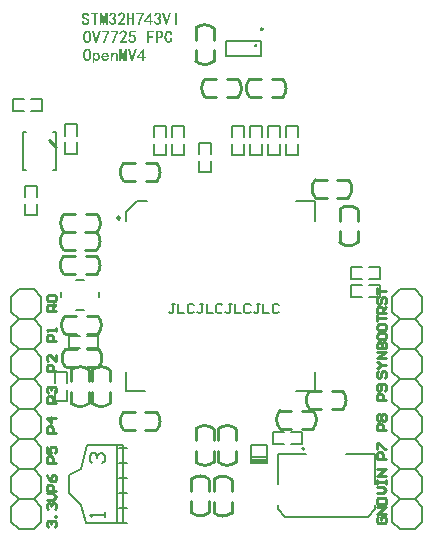
<source format=gto>
G04*
G04 #@! TF.GenerationSoftware,Altium Limited,Altium Designer,19.0.4 (130)*
G04*
G04 Layer_Color=65535*
%FSLAX25Y25*%
%MOIN*%
G70*
G01*
G75*
%ADD10C,0.01000*%
%ADD11C,0.00787*%
%ADD12C,0.00700*%
%ADD13C,0.00600*%
%ADD14C,0.00500*%
%ADD15C,0.00800*%
%ADD16C,0.00591*%
%ADD17R,0.05400X0.01800*%
G36*
X189973Y303842D02*
X190012Y303836D01*
X190062Y303831D01*
X190118Y303819D01*
X190179Y303803D01*
X190306Y303758D01*
X190373Y303731D01*
X190445Y303697D01*
X190517Y303658D01*
X190584Y303608D01*
X190650Y303553D01*
X190717Y303492D01*
X190723Y303486D01*
X190734Y303475D01*
X190750Y303453D01*
X190772Y303425D01*
X190795Y303392D01*
X190823Y303348D01*
X190856Y303292D01*
X190889Y303231D01*
X190917Y303165D01*
X190950Y303087D01*
X190978Y303004D01*
X191006Y302909D01*
X191022Y302809D01*
X191039Y302698D01*
X191050Y302582D01*
X191056Y302460D01*
Y302454D01*
Y302432D01*
Y302393D01*
X191050Y302349D01*
X191044Y302288D01*
X191039Y302221D01*
X191028Y302149D01*
X191011Y302071D01*
X190972Y301899D01*
X190945Y301810D01*
X190911Y301727D01*
X190872Y301638D01*
X190828Y301555D01*
X190778Y301477D01*
X190717Y301405D01*
X190711Y301400D01*
X190700Y301389D01*
X190684Y301372D01*
X190656Y301350D01*
X190623Y301322D01*
X190584Y301289D01*
X190539Y301261D01*
X190489Y301228D01*
X190428Y301189D01*
X190367Y301161D01*
X190223Y301100D01*
X190145Y301078D01*
X190068Y301061D01*
X189979Y301050D01*
X189890Y301044D01*
X189846D01*
X189796Y301050D01*
X189735Y301061D01*
X189657Y301072D01*
X189579Y301089D01*
X189502Y301117D01*
X189424Y301155D01*
X189418Y301161D01*
X189391Y301178D01*
X189363Y301200D01*
X189324Y301233D01*
X189285Y301277D01*
X189246Y301327D01*
X189218Y301389D01*
X189196Y301455D01*
Y300267D01*
X188614D01*
Y303803D01*
X189196D01*
Y303470D01*
X189207Y303492D01*
X189218Y303525D01*
X189235Y303564D01*
X189269Y303614D01*
X189307Y303658D01*
X189357Y303708D01*
X189424Y303747D01*
X189435Y303753D01*
X189457Y303764D01*
X189502Y303781D01*
X189557Y303797D01*
X189624Y303814D01*
X189707Y303831D01*
X189796Y303842D01*
X189890Y303847D01*
X189940D01*
X189973Y303842D01*
D02*
G37*
G36*
X196223D02*
X196261D01*
X196300Y303836D01*
X196400Y303814D01*
X196506Y303786D01*
X196617Y303742D01*
X196717Y303681D01*
X196766Y303642D01*
X196811Y303597D01*
X196822Y303586D01*
X196844Y303553D01*
X196883Y303498D01*
X196927Y303425D01*
X196966Y303337D01*
X197005Y303237D01*
X197027Y303115D01*
X197038Y302987D01*
Y301111D01*
X196456D01*
Y302826D01*
Y302832D01*
Y302837D01*
Y302865D01*
X196450Y302915D01*
X196439Y302970D01*
X196428Y303031D01*
X196406Y303098D01*
X196372Y303165D01*
X196334Y303220D01*
X196328Y303226D01*
X196311Y303242D01*
X196284Y303264D01*
X196250Y303292D01*
X196200Y303320D01*
X196145Y303342D01*
X196084Y303359D01*
X196012Y303364D01*
X196001D01*
X195967Y303359D01*
X195912Y303348D01*
X195845Y303326D01*
X195767Y303292D01*
X195679Y303242D01*
X195629Y303209D01*
X195584Y303170D01*
X195540Y303120D01*
X195490Y303070D01*
Y303065D01*
X195479Y303059D01*
X195468Y303042D01*
X195451Y303020D01*
X195434Y302993D01*
X195412Y302954D01*
X195368Y302870D01*
X195324Y302765D01*
X195285Y302643D01*
X195257Y302499D01*
X195251Y302426D01*
X195246Y302343D01*
Y301111D01*
X194663D01*
Y303803D01*
X195246D01*
Y303326D01*
X195251Y303337D01*
X195262Y303364D01*
X195285Y303403D01*
X195312Y303459D01*
X195357Y303514D01*
X195407Y303581D01*
X195473Y303642D01*
X195551Y303697D01*
X195562Y303703D01*
X195596Y303719D01*
X195645Y303747D01*
X195712Y303775D01*
X195801Y303797D01*
X195901Y303825D01*
X196017Y303842D01*
X196151Y303847D01*
X196195D01*
X196223Y303842D01*
D02*
G37*
G36*
X200157Y301111D02*
X199575D01*
Y303602D01*
X199086Y301111D01*
X198620D01*
X198132Y303602D01*
Y301111D01*
X197555D01*
Y305157D01*
X198376D01*
X198853Y302702D01*
X199331Y305157D01*
X200157D01*
Y301111D01*
D02*
G37*
G36*
X202111Y301067D02*
X201556D01*
X200396Y305157D01*
X201057D01*
X201831Y302242D01*
X202611Y305157D01*
X203271D01*
X202111Y301067D01*
D02*
G37*
G36*
X205746Y302515D02*
X206296D01*
Y302010D01*
X205746D01*
Y301133D01*
X205186D01*
Y302010D01*
X203421D01*
Y302476D01*
X205308Y305201D01*
X205746D01*
Y302515D01*
D02*
G37*
G36*
X192976Y303842D02*
X193020Y303836D01*
X193070Y303831D01*
X193126Y303819D01*
X193187Y303808D01*
X193320Y303769D01*
X193392Y303742D01*
X193464Y303708D01*
X193531Y303670D01*
X193603Y303631D01*
X193670Y303575D01*
X193731Y303520D01*
X193736Y303514D01*
X193747Y303503D01*
X193758Y303486D01*
X193781Y303459D01*
X193808Y303420D01*
X193836Y303375D01*
X193864Y303320D01*
X193897Y303259D01*
X193925Y303187D01*
X193953Y303103D01*
X193980Y303009D01*
X194008Y302909D01*
X194030Y302798D01*
X194042Y302676D01*
X194053Y302543D01*
X194058Y302399D01*
X192199D01*
Y302393D01*
Y302382D01*
Y302360D01*
X192204Y302332D01*
Y302293D01*
X192210Y302254D01*
X192227Y302166D01*
X192249Y302066D01*
X192282Y301960D01*
X192332Y301866D01*
X192399Y301782D01*
X192410Y301777D01*
X192432Y301755D01*
X192476Y301722D01*
X192537Y301688D01*
X192610Y301655D01*
X192693Y301622D01*
X192787Y301599D01*
X192893Y301594D01*
X192931D01*
X192976Y301599D01*
X193026Y301610D01*
X193087Y301622D01*
X193148Y301638D01*
X193214Y301666D01*
X193270Y301705D01*
X193275Y301710D01*
X193292Y301727D01*
X193320Y301755D01*
X193348Y301799D01*
X193381Y301855D01*
X193414Y301921D01*
X193442Y302005D01*
X193464Y302099D01*
X194080D01*
Y302093D01*
Y302077D01*
X194075Y302049D01*
X194069Y302016D01*
X194058Y301977D01*
X194047Y301927D01*
X194014Y301816D01*
X193964Y301694D01*
X193897Y301566D01*
X193853Y301505D01*
X193808Y301444D01*
X193753Y301383D01*
X193692Y301333D01*
X193686Y301327D01*
X193675Y301322D01*
X193658Y301311D01*
X193631Y301294D01*
X193597Y301272D01*
X193559Y301250D01*
X193514Y301228D01*
X193464Y301200D01*
X193348Y301150D01*
X193214Y301111D01*
X193059Y301078D01*
X192976Y301072D01*
X192893Y301067D01*
X192837D01*
X192798Y301072D01*
X192748Y301078D01*
X192693Y301089D01*
X192626Y301100D01*
X192560Y301111D01*
X192410Y301155D01*
X192326Y301189D01*
X192249Y301222D01*
X192171Y301266D01*
X192093Y301316D01*
X192016Y301372D01*
X191944Y301438D01*
X191938Y301444D01*
X191927Y301455D01*
X191910Y301477D01*
X191888Y301505D01*
X191855Y301544D01*
X191827Y301588D01*
X191794Y301644D01*
X191760Y301705D01*
X191722Y301777D01*
X191688Y301849D01*
X191660Y301938D01*
X191633Y302027D01*
X191605Y302127D01*
X191588Y302232D01*
X191577Y302343D01*
X191572Y302460D01*
Y302465D01*
Y302487D01*
Y302521D01*
X191577Y302565D01*
X191583Y302621D01*
X191594Y302682D01*
X191605Y302748D01*
X191616Y302826D01*
X191660Y302987D01*
X191694Y303070D01*
X191727Y303153D01*
X191771Y303237D01*
X191822Y303320D01*
X191877Y303398D01*
X191944Y303470D01*
X191949Y303475D01*
X191960Y303486D01*
X191982Y303503D01*
X192010Y303531D01*
X192049Y303559D01*
X192093Y303592D01*
X192143Y303625D01*
X192204Y303658D01*
X192265Y303692D01*
X192338Y303731D01*
X192415Y303758D01*
X192499Y303786D01*
X192593Y303814D01*
X192687Y303831D01*
X192787Y303842D01*
X192893Y303847D01*
X192943D01*
X192976Y303842D01*
D02*
G37*
G36*
X186904Y305196D02*
X186949D01*
X186998Y305185D01*
X187059Y305174D01*
X187126Y305163D01*
X187198Y305140D01*
X187276Y305118D01*
X187359Y305085D01*
X187437Y305046D01*
X187520Y304996D01*
X187598Y304941D01*
X187676Y304879D01*
X187753Y304802D01*
X187820Y304718D01*
X187826Y304713D01*
X187837Y304696D01*
X187853Y304669D01*
X187875Y304630D01*
X187903Y304574D01*
X187931Y304508D01*
X187964Y304435D01*
X187997Y304341D01*
X188025Y304241D01*
X188058Y304125D01*
X188086Y303997D01*
X188114Y303853D01*
X188136Y303697D01*
X188153Y303531D01*
X188164Y303348D01*
X188170Y303148D01*
Y303142D01*
Y303137D01*
Y303120D01*
Y303098D01*
Y303042D01*
X188164Y302970D01*
X188158Y302876D01*
X188153Y302776D01*
X188142Y302660D01*
X188125Y302537D01*
X188109Y302410D01*
X188086Y302276D01*
X188058Y302143D01*
X188020Y302010D01*
X187981Y301888D01*
X187936Y301766D01*
X187881Y301655D01*
X187820Y301555D01*
X187814Y301549D01*
X187803Y301533D01*
X187781Y301511D01*
X187753Y301477D01*
X187720Y301444D01*
X187676Y301400D01*
X187626Y301355D01*
X187565Y301311D01*
X187504Y301266D01*
X187426Y301222D01*
X187348Y301178D01*
X187259Y301144D01*
X187165Y301111D01*
X187065Y301089D01*
X186960Y301072D01*
X186843Y301067D01*
X186815D01*
X186782Y301072D01*
X186738D01*
X186688Y301083D01*
X186627Y301094D01*
X186560Y301105D01*
X186482Y301128D01*
X186405Y301155D01*
X186327Y301189D01*
X186244Y301228D01*
X186160Y301272D01*
X186083Y301327D01*
X186000Y301394D01*
X185927Y301472D01*
X185855Y301555D01*
X185850Y301561D01*
X185839Y301577D01*
X185822Y301610D01*
X185800Y301649D01*
X185772Y301705D01*
X185739Y301771D01*
X185711Y301849D01*
X185678Y301938D01*
X185639Y302043D01*
X185611Y302160D01*
X185578Y302293D01*
X185550Y302437D01*
X185528Y302593D01*
X185511Y302765D01*
X185500Y302948D01*
X185494Y303148D01*
Y303153D01*
Y303159D01*
Y303176D01*
Y303198D01*
Y303253D01*
X185500Y303326D01*
X185505Y303420D01*
X185511Y303520D01*
X185522Y303636D01*
X185539Y303758D01*
X185561Y303886D01*
X185583Y304014D01*
X185611Y304147D01*
X185644Y304275D01*
X185689Y304402D01*
X185739Y304519D01*
X185794Y304630D01*
X185855Y304724D01*
X185861Y304730D01*
X185872Y304746D01*
X185894Y304768D01*
X185922Y304796D01*
X185961Y304835D01*
X186005Y304874D01*
X186055Y304918D01*
X186116Y304963D01*
X186183Y305007D01*
X186255Y305051D01*
X186338Y305090D01*
X186427Y305129D01*
X186521Y305157D01*
X186621Y305179D01*
X186726Y305196D01*
X186843Y305201D01*
X186871D01*
X186904Y305196D01*
D02*
G37*
G36*
X214071Y311196D02*
X214116Y311190D01*
X214171Y311179D01*
X214227Y311168D01*
X214293Y311151D01*
X214360Y311129D01*
X214432Y311102D01*
X214504Y311074D01*
X214582Y311035D01*
X214654Y310985D01*
X214726Y310935D01*
X214798Y310874D01*
X214865Y310802D01*
X214871Y310796D01*
X214882Y310785D01*
X214898Y310763D01*
X214921Y310730D01*
X214943Y310685D01*
X214976Y310635D01*
X215004Y310580D01*
X215037Y310508D01*
X215070Y310430D01*
X215098Y310347D01*
X215126Y310247D01*
X215148Y310141D01*
X215170Y310030D01*
X215181Y309908D01*
X215187Y309775D01*
Y309636D01*
X214565D01*
Y309642D01*
Y309659D01*
Y309686D01*
Y309725D01*
X214560Y309770D01*
Y309825D01*
X214549Y309942D01*
X214527Y310069D01*
X214504Y310197D01*
X214465Y310313D01*
X214443Y310369D01*
X214416Y310413D01*
X214410Y310424D01*
X214388Y310452D01*
X214354Y310485D01*
X214310Y310530D01*
X214249Y310574D01*
X214171Y310608D01*
X214083Y310635D01*
X213983Y310646D01*
X213949D01*
X213927Y310641D01*
X213866Y310630D01*
X213788Y310602D01*
X213705Y310558D01*
X213661Y310530D01*
X213616Y310496D01*
X213572Y310458D01*
X213527Y310408D01*
X213483Y310352D01*
X213444Y310291D01*
Y310286D01*
X213433Y310275D01*
X213428Y310252D01*
X213411Y310225D01*
X213394Y310180D01*
X213378Y310130D01*
X213361Y310075D01*
X213344Y310003D01*
X213322Y309925D01*
X213305Y309830D01*
X213289Y309731D01*
X213272Y309620D01*
X213256Y309497D01*
X213250Y309359D01*
X213239Y309214D01*
Y309053D01*
Y309042D01*
Y309020D01*
Y308976D01*
X213245Y308920D01*
Y308854D01*
X213250Y308782D01*
X213256Y308698D01*
X213267Y308610D01*
X213289Y308426D01*
X213328Y308238D01*
X213350Y308149D01*
X213378Y308071D01*
X213411Y307999D01*
X213444Y307932D01*
Y307927D01*
X213455Y307921D01*
X213483Y307882D01*
X213527Y307833D01*
X213589Y307777D01*
X213661Y307721D01*
X213750Y307671D01*
X213849Y307633D01*
X213905Y307627D01*
X213960Y307622D01*
X213971D01*
X213999Y307627D01*
X214038Y307633D01*
X214094Y307649D01*
X214160Y307677D01*
X214227Y307716D01*
X214299Y307771D01*
X214371Y307844D01*
Y307849D01*
X214382Y307855D01*
X214388Y307871D01*
X214404Y307888D01*
X214416Y307916D01*
X214432Y307955D01*
X214449Y307994D01*
X214471Y308043D01*
X214488Y308104D01*
X214504Y308171D01*
X214521Y308249D01*
X214538Y308338D01*
X214549Y308432D01*
X214560Y308537D01*
X214565Y308660D01*
Y308787D01*
X215215D01*
Y308776D01*
Y308748D01*
X215209Y308698D01*
X215204Y308632D01*
X215198Y308554D01*
X215187Y308465D01*
X215176Y308371D01*
X215154Y308265D01*
X215109Y308043D01*
X215076Y307932D01*
X215037Y307821D01*
X214998Y307716D01*
X214948Y307616D01*
X214893Y307527D01*
X214826Y307450D01*
X214821Y307444D01*
X214809Y307433D01*
X214787Y307416D01*
X214760Y307388D01*
X214726Y307361D01*
X214687Y307328D01*
X214637Y307294D01*
X214582Y307261D01*
X214521Y307222D01*
X214454Y307189D01*
X214310Y307128D01*
X214227Y307100D01*
X214144Y307083D01*
X214055Y307072D01*
X213960Y307067D01*
X213933D01*
X213905Y307072D01*
X213861D01*
X213811Y307083D01*
X213755Y307089D01*
X213688Y307105D01*
X213616Y307128D01*
X213544Y307150D01*
X213461Y307183D01*
X213383Y307216D01*
X213300Y307261D01*
X213217Y307316D01*
X213133Y307377D01*
X213050Y307450D01*
X212972Y307533D01*
X212967Y307538D01*
X212956Y307555D01*
X212934Y307583D01*
X212912Y307622D01*
X212878Y307671D01*
X212845Y307733D01*
X212806Y307805D01*
X212773Y307894D01*
X212734Y307988D01*
X212695Y308099D01*
X212662Y308221D01*
X212628Y308354D01*
X212606Y308499D01*
X212584Y308654D01*
X212573Y308826D01*
X212567Y309009D01*
Y309015D01*
Y309020D01*
Y309037D01*
Y309059D01*
Y309115D01*
X212573Y309192D01*
X212579Y309281D01*
X212590Y309386D01*
X212601Y309503D01*
X212617Y309625D01*
X212634Y309758D01*
X212662Y309892D01*
X212695Y310030D01*
X212734Y310163D01*
X212778Y310297D01*
X212828Y310424D01*
X212889Y310546D01*
X212956Y310652D01*
X212961Y310658D01*
X212972Y310674D01*
X212995Y310702D01*
X213028Y310741D01*
X213067Y310780D01*
X213117Y310824D01*
X213167Y310874D01*
X213233Y310929D01*
X213300Y310979D01*
X213378Y311029D01*
X213466Y311074D01*
X213555Y311118D01*
X213655Y311151D01*
X213755Y311179D01*
X213866Y311196D01*
X213983Y311201D01*
X214033D01*
X214071Y311196D01*
D02*
G37*
G36*
X190101Y307067D02*
X189546D01*
X188386Y311157D01*
X189047D01*
X189821Y308243D01*
X190601Y311157D01*
X191261D01*
X190101Y307067D01*
D02*
G37*
G36*
X202927Y310602D02*
X201445D01*
Y310596D01*
X201440Y310574D01*
X201434Y310546D01*
X201429Y310508D01*
X201417Y310458D01*
X201406Y310402D01*
X201395Y310341D01*
X201378Y310275D01*
X201345Y310136D01*
X201312Y309991D01*
X201268Y309853D01*
X201251Y309792D01*
X201229Y309736D01*
X201234D01*
X201240Y309742D01*
X201256Y309753D01*
X201279Y309758D01*
X201329Y309786D01*
X201406Y309814D01*
X201490Y309842D01*
X201589Y309864D01*
X201695Y309875D01*
X201811Y309880D01*
X201845D01*
X201867Y309875D01*
X201928Y309869D01*
X202006Y309858D01*
X202100Y309842D01*
X202200Y309814D01*
X202305Y309781D01*
X202416Y309736D01*
X202422D01*
X202428Y309731D01*
X202466Y309714D01*
X202516Y309681D01*
X202577Y309642D01*
X202644Y309592D01*
X202716Y309525D01*
X202783Y309459D01*
X202838Y309375D01*
X202844Y309364D01*
X202860Y309336D01*
X202883Y309292D01*
X202910Y309231D01*
X202944Y309165D01*
X202977Y309087D01*
X203005Y309003D01*
X203027Y308920D01*
X203032Y308909D01*
X203038Y308881D01*
X203044Y308837D01*
X203055Y308776D01*
X203066Y308704D01*
X203071Y308621D01*
X203077Y308526D01*
Y308432D01*
Y308426D01*
Y308421D01*
X203071Y308387D01*
X203066Y308338D01*
X203060Y308265D01*
X203044Y308188D01*
X203027Y308093D01*
X202999Y307999D01*
X202966Y307894D01*
Y307888D01*
X202960Y307882D01*
X202949Y307849D01*
X202927Y307799D01*
X202894Y307733D01*
X202855Y307660D01*
X202805Y307588D01*
X202744Y307511D01*
X202677Y307438D01*
X202666Y307433D01*
X202644Y307411D01*
X202600Y307377D01*
X202544Y307333D01*
X202477Y307289D01*
X202394Y307239D01*
X202305Y307194D01*
X202205Y307150D01*
X202200D01*
X202194Y307144D01*
X202178Y307139D01*
X202155Y307133D01*
X202100Y307117D01*
X202022Y307100D01*
X201934Y307083D01*
X201823Y307072D01*
X201706Y307067D01*
X201556D01*
X201539Y307072D01*
X201512D01*
X201478Y307078D01*
X201440Y307089D01*
X201351Y307105D01*
X201245Y307139D01*
X201129Y307189D01*
X201007Y307250D01*
X200885Y307327D01*
X200879Y307333D01*
X200868Y307339D01*
X200857Y307355D01*
X200835Y307377D01*
X200807Y307405D01*
X200779Y307438D01*
X200746Y307477D01*
X200707Y307527D01*
X200674Y307583D01*
X200635Y307649D01*
X200596Y307721D01*
X200563Y307799D01*
X200529Y307888D01*
X200496Y307982D01*
X200468Y308088D01*
X200441Y308199D01*
X200957Y308338D01*
Y308332D01*
X200962Y308310D01*
X200973Y308277D01*
X200990Y308238D01*
X201007Y308188D01*
X201029Y308132D01*
X201084Y308016D01*
X201156Y307888D01*
X201201Y307833D01*
X201251Y307777D01*
X201301Y307727D01*
X201356Y307688D01*
X201417Y307655D01*
X201484Y307638D01*
X201501D01*
X201517Y307633D01*
X201545D01*
X201612Y307627D01*
X201784D01*
X201884Y307644D01*
X201978Y307671D01*
X202067Y307710D01*
X202078Y307716D01*
X202106Y307738D01*
X202145Y307766D01*
X202189Y307810D01*
X202244Y307860D01*
X202294Y307921D01*
X202344Y307993D01*
X202383Y308077D01*
X202389Y308088D01*
X202400Y308116D01*
X202416Y308166D01*
X202433Y308226D01*
X202450Y308304D01*
X202461Y308393D01*
X202472Y308487D01*
Y308593D01*
Y308598D01*
Y308604D01*
X202466Y308643D01*
X202461Y308693D01*
X202450Y308759D01*
X202433Y308832D01*
X202405Y308909D01*
X202366Y308993D01*
X202322Y309065D01*
X202316Y309076D01*
X202300Y309098D01*
X202267Y309126D01*
X202228Y309170D01*
X202178Y309209D01*
X202117Y309253D01*
X202050Y309292D01*
X201972Y309320D01*
X201961Y309326D01*
X201934Y309331D01*
X201889Y309336D01*
X201834Y309348D01*
X201678D01*
X201589Y309336D01*
X201490Y309320D01*
X201484D01*
X201478Y309314D01*
X201445Y309303D01*
X201395Y309287D01*
X201334Y309253D01*
X201262Y309209D01*
X201184Y309153D01*
X201107Y309081D01*
X201034Y308993D01*
X200557Y309048D01*
Y309053D01*
X200563Y309059D01*
Y309081D01*
X200568Y309109D01*
X200579Y309153D01*
X200590Y309214D01*
X200607Y309287D01*
X200629Y309386D01*
X200640Y309442D01*
X200657Y309503D01*
X200668Y309570D01*
X200685Y309647D01*
X200701Y309725D01*
X200724Y309814D01*
X200740Y309908D01*
X200763Y310014D01*
X200785Y310125D01*
X200812Y310241D01*
X200840Y310369D01*
X200868Y310502D01*
X200896Y310646D01*
X200929Y310796D01*
X200962Y310957D01*
X201001Y311129D01*
X202927D01*
Y310602D01*
D02*
G37*
G36*
X199014Y311224D02*
X199092Y311218D01*
X199164Y311207D01*
X199175D01*
X199197Y311201D01*
X199236Y311190D01*
X199286Y311174D01*
X199347Y311151D01*
X199414Y311124D01*
X199486Y311085D01*
X199564Y311040D01*
X199575Y311035D01*
X199597Y311018D01*
X199636Y310985D01*
X199686Y310941D01*
X199741Y310885D01*
X199797Y310818D01*
X199852Y310735D01*
X199908Y310641D01*
Y310635D01*
X199913Y310630D01*
X199919Y310613D01*
X199930Y310591D01*
X199947Y310535D01*
X199969Y310463D01*
X199991Y310369D01*
X200002Y310258D01*
X200008Y310136D01*
X200002Y310003D01*
Y309997D01*
Y309986D01*
X199997Y309964D01*
X199991Y309936D01*
X199986Y309903D01*
X199974Y309858D01*
X199963Y309808D01*
X199947Y309753D01*
X199925Y309692D01*
X199902Y309625D01*
X199836Y309475D01*
X199797Y309392D01*
X199752Y309309D01*
X199697Y309220D01*
X199641Y309126D01*
X199636Y309120D01*
X199625Y309103D01*
X199608Y309076D01*
X199575Y309031D01*
X199536Y308981D01*
X199492Y308915D01*
X199431Y308843D01*
X199364Y308754D01*
X199286Y308660D01*
X199197Y308548D01*
X199098Y308432D01*
X198981Y308299D01*
X198859Y308160D01*
X198720Y308005D01*
X198570Y307838D01*
X198409Y307666D01*
X200063D01*
Y307133D01*
X197621D01*
Y307294D01*
Y307300D01*
Y307311D01*
X197627Y307327D01*
X197632Y307355D01*
X197638Y307388D01*
X197643Y307422D01*
X197671Y307511D01*
X197716Y307611D01*
X197771Y307716D01*
X197810Y307771D01*
X197849Y307827D01*
X197893Y307882D01*
X197949Y307938D01*
X197954Y307944D01*
X197965Y307949D01*
X197982Y307966D01*
X198004Y307993D01*
X198032Y308021D01*
X198071Y308060D01*
X198110Y308099D01*
X198160Y308154D01*
X198210Y308210D01*
X198271Y308271D01*
X198332Y308343D01*
X198398Y308421D01*
X198470Y308504D01*
X198548Y308598D01*
X198626Y308693D01*
X198709Y308798D01*
X198715Y308804D01*
X198731Y308826D01*
X198753Y308854D01*
X198781Y308892D01*
X198820Y308943D01*
X198864Y308998D01*
X198909Y309059D01*
X198959Y309131D01*
X199059Y309270D01*
X199153Y309420D01*
X199242Y309564D01*
X199275Y309631D01*
X199303Y309692D01*
Y309697D01*
X199308Y309708D01*
X199314Y309719D01*
X199325Y309742D01*
X199342Y309803D01*
X199364Y309875D01*
X199386Y309958D01*
X199403Y310041D01*
X199408Y310130D01*
X199403Y310213D01*
Y310225D01*
X199397Y310247D01*
X199386Y310286D01*
X199364Y310336D01*
X199342Y310391D01*
X199303Y310447D01*
X199258Y310502D01*
X199203Y310558D01*
X199197Y310563D01*
X199175Y310580D01*
X199142Y310602D01*
X199098Y310624D01*
X199036Y310646D01*
X198975Y310663D01*
X198898Y310674D01*
X198809D01*
X198781Y310669D01*
X198737Y310658D01*
X198681Y310646D01*
X198620Y310624D01*
X198548Y310591D01*
X198470Y310552D01*
X198393Y310502D01*
X198381Y310496D01*
X198359Y310474D01*
X198320Y310435D01*
X198276Y310385D01*
X198226Y310313D01*
X198171Y310230D01*
X198115Y310125D01*
X198065Y310003D01*
X197532Y310086D01*
Y310091D01*
X197544Y310114D01*
X197555Y310141D01*
X197566Y310186D01*
X197588Y310236D01*
X197610Y310291D01*
X197632Y310358D01*
X197666Y310424D01*
X197732Y310563D01*
X197821Y310707D01*
X197865Y310774D01*
X197915Y310835D01*
X197965Y310896D01*
X198021Y310946D01*
X198026Y310952D01*
X198032Y310957D01*
X198049Y310968D01*
X198076Y310985D01*
X198104Y311007D01*
X198137Y311029D01*
X198221Y311074D01*
X198326Y311124D01*
X198443Y311168D01*
X198581Y311201D01*
X198726Y311224D01*
X198737D01*
X198765Y311229D01*
X198942D01*
X199014Y311224D01*
D02*
G37*
G36*
X197177Y310669D02*
X197172Y310663D01*
X197166Y310646D01*
X197150Y310624D01*
X197127Y310591D01*
X197105Y310546D01*
X197077Y310496D01*
X197038Y310435D01*
X197000Y310369D01*
X196961Y310291D01*
X196916Y310208D01*
X196866Y310119D01*
X196817Y310019D01*
X196761Y309914D01*
X196705Y309808D01*
X196650Y309692D01*
X196589Y309570D01*
X196472Y309309D01*
X196350Y309037D01*
X196228Y308743D01*
X196112Y308437D01*
X196001Y308121D01*
X195901Y307799D01*
X195812Y307466D01*
X195740Y307133D01*
X195124D01*
Y307139D01*
X195129Y307155D01*
X195135Y307178D01*
X195146Y307216D01*
X195157Y307261D01*
X195168Y307311D01*
X195185Y307372D01*
X195207Y307444D01*
X195229Y307522D01*
X195251Y307605D01*
X195279Y307699D01*
X195312Y307799D01*
X195346Y307905D01*
X195379Y308016D01*
X195418Y308132D01*
X195462Y308254D01*
X195557Y308510D01*
X195662Y308782D01*
X195779Y309070D01*
X195912Y309370D01*
X196056Y309669D01*
X196212Y309980D01*
X196384Y310291D01*
X196572Y310602D01*
X194597D01*
Y311129D01*
X197177D01*
Y310669D01*
D02*
G37*
G36*
X194175D02*
X194169Y310663D01*
X194164Y310646D01*
X194147Y310624D01*
X194125Y310591D01*
X194103Y310546D01*
X194075Y310496D01*
X194036Y310435D01*
X193997Y310369D01*
X193958Y310291D01*
X193914Y310208D01*
X193864Y310119D01*
X193814Y310019D01*
X193758Y309914D01*
X193703Y309808D01*
X193647Y309692D01*
X193586Y309570D01*
X193470Y309309D01*
X193348Y309037D01*
X193226Y308743D01*
X193109Y308437D01*
X192998Y308121D01*
X192898Y307799D01*
X192809Y307466D01*
X192737Y307133D01*
X192121D01*
Y307139D01*
X192127Y307155D01*
X192132Y307178D01*
X192143Y307216D01*
X192154Y307261D01*
X192166Y307311D01*
X192182Y307372D01*
X192204Y307444D01*
X192227Y307522D01*
X192249Y307605D01*
X192277Y307699D01*
X192310Y307799D01*
X192343Y307905D01*
X192376Y308016D01*
X192415Y308132D01*
X192460Y308254D01*
X192554Y308510D01*
X192659Y308782D01*
X192776Y309070D01*
X192909Y309370D01*
X193053Y309669D01*
X193209Y309980D01*
X193381Y310291D01*
X193570Y310602D01*
X191594D01*
Y311129D01*
X194175D01*
Y310669D01*
D02*
G37*
G36*
X211008Y311151D02*
X211058Y311146D01*
X211119Y311140D01*
X211180Y311129D01*
X211252Y311113D01*
X211402Y311074D01*
X211485Y311046D01*
X211563Y311013D01*
X211641Y310974D01*
X211713Y310929D01*
X211785Y310879D01*
X211851Y310818D01*
X211857Y310813D01*
X211868Y310802D01*
X211885Y310785D01*
X211907Y310757D01*
X211929Y310724D01*
X211957Y310680D01*
X211990Y310635D01*
X212023Y310580D01*
X212051Y310513D01*
X212085Y310447D01*
X212112Y310369D01*
X212140Y310291D01*
X212157Y310202D01*
X212173Y310108D01*
X212184Y310008D01*
X212190Y309903D01*
Y309897D01*
Y309875D01*
Y309847D01*
X212184Y309808D01*
X212179Y309758D01*
X212173Y309703D01*
X212162Y309642D01*
X212146Y309575D01*
X212107Y309425D01*
X212079Y309353D01*
X212046Y309276D01*
X212007Y309198D01*
X211957Y309126D01*
X211907Y309053D01*
X211846Y308987D01*
X211840Y308981D01*
X211829Y308970D01*
X211813Y308954D01*
X211785Y308937D01*
X211752Y308909D01*
X211707Y308881D01*
X211657Y308848D01*
X211602Y308820D01*
X211541Y308787D01*
X211468Y308754D01*
X211391Y308726D01*
X211308Y308704D01*
X211219Y308682D01*
X211119Y308665D01*
X211019Y308654D01*
X210908Y308648D01*
X210303D01*
Y307111D01*
X209654D01*
Y311157D01*
X210963D01*
X211008Y311151D01*
D02*
G37*
G36*
X209165Y310602D02*
X207278D01*
Y309431D01*
X208705D01*
Y308881D01*
X207278D01*
Y307111D01*
X206629D01*
Y311157D01*
X209165D01*
Y310602D01*
D02*
G37*
G36*
X186904Y311196D02*
X186949D01*
X186998Y311185D01*
X187059Y311174D01*
X187126Y311162D01*
X187198Y311140D01*
X187276Y311118D01*
X187359Y311085D01*
X187437Y311046D01*
X187520Y310996D01*
X187598Y310941D01*
X187676Y310879D01*
X187753Y310802D01*
X187820Y310718D01*
X187826Y310713D01*
X187837Y310696D01*
X187853Y310669D01*
X187875Y310630D01*
X187903Y310574D01*
X187931Y310508D01*
X187964Y310435D01*
X187997Y310341D01*
X188025Y310241D01*
X188058Y310125D01*
X188086Y309997D01*
X188114Y309853D01*
X188136Y309697D01*
X188153Y309531D01*
X188164Y309348D01*
X188170Y309148D01*
Y309142D01*
Y309137D01*
Y309120D01*
Y309098D01*
Y309042D01*
X188164Y308970D01*
X188158Y308876D01*
X188153Y308776D01*
X188142Y308660D01*
X188125Y308537D01*
X188109Y308410D01*
X188086Y308277D01*
X188058Y308143D01*
X188020Y308010D01*
X187981Y307888D01*
X187936Y307766D01*
X187881Y307655D01*
X187820Y307555D01*
X187814Y307549D01*
X187803Y307533D01*
X187781Y307511D01*
X187753Y307477D01*
X187720Y307444D01*
X187676Y307400D01*
X187626Y307355D01*
X187565Y307311D01*
X187504Y307266D01*
X187426Y307222D01*
X187348Y307178D01*
X187259Y307144D01*
X187165Y307111D01*
X187065Y307089D01*
X186960Y307072D01*
X186843Y307067D01*
X186815D01*
X186782Y307072D01*
X186738D01*
X186688Y307083D01*
X186627Y307094D01*
X186560Y307105D01*
X186482Y307128D01*
X186405Y307155D01*
X186327Y307189D01*
X186244Y307228D01*
X186160Y307272D01*
X186083Y307327D01*
X186000Y307394D01*
X185927Y307472D01*
X185855Y307555D01*
X185850Y307561D01*
X185839Y307577D01*
X185822Y307611D01*
X185800Y307649D01*
X185772Y307705D01*
X185739Y307771D01*
X185711Y307849D01*
X185678Y307938D01*
X185639Y308043D01*
X185611Y308160D01*
X185578Y308293D01*
X185550Y308437D01*
X185528Y308593D01*
X185511Y308765D01*
X185500Y308948D01*
X185494Y309148D01*
Y309153D01*
Y309159D01*
Y309176D01*
Y309198D01*
Y309253D01*
X185500Y309326D01*
X185505Y309420D01*
X185511Y309520D01*
X185522Y309636D01*
X185539Y309758D01*
X185561Y309886D01*
X185583Y310014D01*
X185611Y310147D01*
X185644Y310275D01*
X185689Y310402D01*
X185739Y310519D01*
X185794Y310630D01*
X185855Y310724D01*
X185861Y310730D01*
X185872Y310746D01*
X185894Y310768D01*
X185922Y310796D01*
X185961Y310835D01*
X186005Y310874D01*
X186055Y310918D01*
X186116Y310963D01*
X186183Y311007D01*
X186255Y311052D01*
X186338Y311090D01*
X186427Y311129D01*
X186521Y311157D01*
X186621Y311179D01*
X186726Y311196D01*
X186843Y311201D01*
X186871D01*
X186904Y311196D01*
D02*
G37*
G36*
X186376Y317196D02*
X186432Y317190D01*
X186487Y317179D01*
X186554Y317168D01*
X186626Y317157D01*
X186770Y317107D01*
X186848Y317079D01*
X186920Y317040D01*
X186993Y317002D01*
X187065Y316946D01*
X187126Y316891D01*
X187181Y316824D01*
X187187Y316818D01*
X187192Y316807D01*
X187209Y316785D01*
X187225Y316757D01*
X187248Y316724D01*
X187270Y316680D01*
X187298Y316630D01*
X187326Y316574D01*
X187348Y316513D01*
X187375Y316452D01*
X187420Y316302D01*
X187453Y316136D01*
X187459Y316047D01*
X187464Y315958D01*
X186815D01*
Y315964D01*
Y315969D01*
Y315986D01*
Y316008D01*
Y316064D01*
X186809Y316130D01*
X186793Y316202D01*
X186770Y316286D01*
X186737Y316363D01*
X186687Y316435D01*
X186682Y316441D01*
X186659Y316463D01*
X186626Y316496D01*
X186582Y316530D01*
X186526Y316563D01*
X186454Y316596D01*
X186371Y316619D01*
X186276Y316624D01*
X186238D01*
X186188Y316619D01*
X186132Y316607D01*
X186071Y316591D01*
X186004Y316569D01*
X185943Y316535D01*
X185882Y316491D01*
X185877Y316485D01*
X185860Y316469D01*
X185838Y316441D01*
X185810Y316397D01*
X185783Y316347D01*
X185760Y316286D01*
X185744Y316219D01*
X185738Y316136D01*
Y316130D01*
Y316102D01*
X185744Y316069D01*
X185755Y316025D01*
X185766Y315975D01*
X185788Y315919D01*
X185816Y315864D01*
X185855Y315808D01*
X185860Y315803D01*
X185882Y315786D01*
X185921Y315753D01*
X185949Y315736D01*
X185982Y315714D01*
X186021Y315692D01*
X186066Y315664D01*
X186116Y315636D01*
X186177Y315609D01*
X186249Y315575D01*
X186321Y315542D01*
X186410Y315503D01*
X186504Y315464D01*
X186510D01*
X186526Y315453D01*
X186554Y315442D01*
X186587Y315431D01*
X186626Y315409D01*
X186676Y315387D01*
X186787Y315325D01*
X186915Y315253D01*
X187042Y315170D01*
X187170Y315070D01*
X187287Y314965D01*
X187292Y314959D01*
X187298Y314954D01*
X187314Y314937D01*
X187331Y314915D01*
X187353Y314881D01*
X187375Y314848D01*
X187431Y314765D01*
X187486Y314665D01*
X187531Y314548D01*
X187564Y314415D01*
X187570Y314349D01*
X187575Y314277D01*
Y314271D01*
Y314254D01*
Y314221D01*
X187570Y314182D01*
X187564Y314138D01*
X187558Y314082D01*
X187548Y314021D01*
X187531Y313960D01*
X187492Y313816D01*
X187464Y313744D01*
X187425Y313671D01*
X187387Y313599D01*
X187342Y313527D01*
X187287Y313461D01*
X187225Y313394D01*
X187220Y313388D01*
X187209Y313377D01*
X187192Y313366D01*
X187164Y313344D01*
X187126Y313316D01*
X187081Y313289D01*
X187031Y313261D01*
X186976Y313233D01*
X186909Y313200D01*
X186843Y313172D01*
X186765Y313144D01*
X186676Y313117D01*
X186587Y313094D01*
X186487Y313083D01*
X186388Y313072D01*
X186276Y313067D01*
X186221D01*
X186177Y313072D01*
X186127Y313078D01*
X186071Y313083D01*
X186004Y313094D01*
X185932Y313111D01*
X185783Y313150D01*
X185705Y313178D01*
X185627Y313211D01*
X185549Y313250D01*
X185477Y313294D01*
X185405Y313344D01*
X185339Y313405D01*
X185333Y313411D01*
X185322Y313422D01*
X185305Y313439D01*
X185289Y313466D01*
X185261Y313499D01*
X185233Y313538D01*
X185200Y313588D01*
X185172Y313638D01*
X185139Y313699D01*
X185105Y313760D01*
X185055Y313905D01*
X185033Y313988D01*
X185017Y314071D01*
X185005Y314160D01*
X185000Y314254D01*
Y314471D01*
X185649D01*
Y314277D01*
Y314271D01*
Y314260D01*
Y314243D01*
X185655Y314227D01*
X185660Y314165D01*
X185672Y314093D01*
X185694Y314016D01*
X185727Y313932D01*
X185777Y313855D01*
X185838Y313788D01*
X185849Y313783D01*
X185871Y313760D01*
X185910Y313738D01*
X185966Y313705D01*
X186027Y313677D01*
X186104Y313649D01*
X186188Y313627D01*
X186276Y313622D01*
X186310D01*
X186332Y313627D01*
X186393Y313633D01*
X186465Y313644D01*
X186548Y313666D01*
X186626Y313694D01*
X186704Y313738D01*
X186770Y313794D01*
X186776Y313799D01*
X186793Y313827D01*
X186820Y313866D01*
X186848Y313916D01*
X186876Y313977D01*
X186904Y314049D01*
X186920Y314132D01*
X186926Y314227D01*
Y314238D01*
X186920Y314260D01*
X186915Y314299D01*
X186904Y314354D01*
X186876Y314410D01*
X186843Y314476D01*
X186798Y314548D01*
X186732Y314615D01*
X186721Y314626D01*
X186698Y314648D01*
X186648Y314682D01*
X186587Y314726D01*
X186504Y314782D01*
X186404Y314837D01*
X186282Y314898D01*
X186143Y314959D01*
X186138D01*
X186121Y314970D01*
X186093Y314981D01*
X186055Y314998D01*
X186010Y315015D01*
X185960Y315037D01*
X185838Y315098D01*
X185710Y315164D01*
X185577Y315248D01*
X185450Y315336D01*
X185394Y315381D01*
X185344Y315431D01*
Y315437D01*
X185333Y315442D01*
X185322Y315459D01*
X185305Y315481D01*
X185261Y315536D01*
X185216Y315609D01*
X185172Y315703D01*
X185128Y315808D01*
X185100Y315930D01*
X185094Y315997D01*
X185089Y316064D01*
Y316069D01*
Y316086D01*
Y316113D01*
X185094Y316147D01*
X185100Y316191D01*
X185105Y316241D01*
X185117Y316297D01*
X185133Y316358D01*
X185172Y316485D01*
X185205Y316552D01*
X185239Y316624D01*
X185277Y316691D01*
X185322Y316757D01*
X185377Y316824D01*
X185438Y316885D01*
X185444Y316891D01*
X185455Y316896D01*
X185477Y316913D01*
X185500Y316935D01*
X185538Y316957D01*
X185577Y316985D01*
X185622Y317013D01*
X185677Y317046D01*
X185733Y317074D01*
X185799Y317102D01*
X185943Y317151D01*
X186021Y317174D01*
X186104Y317190D01*
X186188Y317196D01*
X186276Y317201D01*
X186338D01*
X186376Y317196D01*
D02*
G37*
G36*
X202544Y313111D02*
X201894D01*
Y314948D01*
X200707D01*
Y313111D01*
X200057D01*
Y317157D01*
X200707D01*
Y315503D01*
X201894D01*
Y317157D01*
X202544D01*
Y313111D01*
D02*
G37*
G36*
X193608D02*
X193025D01*
Y315602D01*
X192537Y313111D01*
X192071D01*
X191582Y315602D01*
Y313111D01*
X191005D01*
Y317157D01*
X191826D01*
X192304Y314702D01*
X192781Y317157D01*
X193608D01*
Y313111D01*
D02*
G37*
G36*
X213577Y313067D02*
X213022D01*
X211862Y317157D01*
X212522D01*
X213297Y314243D01*
X214076Y317157D01*
X214737D01*
X213577Y313067D01*
D02*
G37*
G36*
X210547Y317196D02*
X210680Y317174D01*
X210807Y317140D01*
X210935Y317090D01*
X210941D01*
X210952Y317085D01*
X210968Y317074D01*
X210991Y317063D01*
X211046Y317024D01*
X211118Y316968D01*
X211191Y316902D01*
X211268Y316818D01*
X211340Y316719D01*
X211396Y316602D01*
Y316596D01*
X211401Y316585D01*
X211407Y316569D01*
X211418Y316547D01*
X211423Y316513D01*
X211435Y316480D01*
X211451Y316391D01*
X211462Y316286D01*
X211468Y316163D01*
X211457Y316030D01*
X211429Y315886D01*
Y315880D01*
X211423Y315869D01*
X211418Y315847D01*
X211407Y315819D01*
X211396Y315792D01*
X211379Y315753D01*
X211329Y315664D01*
X211296Y315614D01*
X211263Y315564D01*
X211218Y315514D01*
X211168Y315464D01*
X211113Y315409D01*
X211052Y315364D01*
X210985Y315314D01*
X210907Y315270D01*
X210913D01*
X210918Y315264D01*
X210935Y315259D01*
X210957Y315248D01*
X211013Y315220D01*
X211085Y315181D01*
X211157Y315126D01*
X211240Y315059D01*
X211318Y314970D01*
X211390Y314870D01*
Y314865D01*
X211396Y314859D01*
X211407Y314843D01*
X211418Y314820D01*
X211429Y314787D01*
X211446Y314754D01*
X211462Y314715D01*
X211473Y314665D01*
X211501Y314560D01*
X211518Y314426D01*
X211524Y314277D01*
Y314199D01*
X211512Y314110D01*
Y314104D01*
X211507Y314088D01*
Y314066D01*
X211496Y314032D01*
X211490Y313993D01*
X211473Y313949D01*
X211440Y313844D01*
X211385Y313721D01*
X211351Y313660D01*
X211313Y313594D01*
X211268Y313533D01*
X211213Y313472D01*
X211157Y313411D01*
X211090Y313355D01*
X211085Y313350D01*
X211074Y313344D01*
X211052Y313327D01*
X211030Y313311D01*
X210991Y313289D01*
X210952Y313266D01*
X210907Y313239D01*
X210852Y313211D01*
X210730Y313161D01*
X210591Y313117D01*
X210436Y313089D01*
X210352Y313078D01*
X210247D01*
X210225Y313083D01*
X210191D01*
X210153Y313089D01*
X210108Y313094D01*
X210058Y313106D01*
X209997Y313117D01*
X209875Y313155D01*
X209742Y313205D01*
X209609Y313272D01*
X209542Y313316D01*
X209475Y313366D01*
X209470Y313372D01*
X209459Y313377D01*
X209442Y313394D01*
X209420Y313416D01*
X209392Y313450D01*
X209365Y313483D01*
X209331Y313527D01*
X209292Y313577D01*
X209259Y313633D01*
X209220Y313699D01*
X209187Y313772D01*
X209148Y313849D01*
X209120Y313932D01*
X209087Y314021D01*
X209065Y314121D01*
X209043Y314227D01*
X209559Y314315D01*
Y314310D01*
X209564Y314299D01*
X209570Y314282D01*
X209581Y314260D01*
X209603Y314199D01*
X209636Y314127D01*
X209675Y314043D01*
X209725Y313960D01*
X209786Y313877D01*
X209853Y313805D01*
X209864Y313799D01*
X209886Y313777D01*
X209931Y313749D01*
X209986Y313716D01*
X210053Y313683D01*
X210136Y313655D01*
X210225Y313638D01*
X210325Y313633D01*
X210336D01*
X210369Y313638D01*
X210424Y313644D01*
X210486Y313666D01*
X210558Y313688D01*
X210635Y313733D01*
X210708Y313788D01*
X210774Y313860D01*
X210780Y313871D01*
X210802Y313899D01*
X210830Y313944D01*
X210858Y314005D01*
X210885Y314082D01*
X210913Y314165D01*
X210924Y314260D01*
Y314365D01*
Y314371D01*
Y314376D01*
X210918Y314415D01*
X210907Y314465D01*
X210891Y314532D01*
X210863Y314604D01*
X210819Y314676D01*
X210769Y314748D01*
X210702Y314815D01*
X210691Y314820D01*
X210663Y314843D01*
X210641Y314854D01*
X210613Y314870D01*
X210580Y314887D01*
X210536Y314904D01*
X210491Y314926D01*
X210436Y314943D01*
X210380Y314965D01*
X210314Y314981D01*
X210241Y314998D01*
X210164Y315015D01*
X210075Y315031D01*
X209981Y315048D01*
Y315448D01*
X210003D01*
X210031Y315453D01*
X210064Y315459D01*
X210108Y315464D01*
X210153Y315475D01*
X210264Y315497D01*
X210380Y315525D01*
X210502Y315570D01*
X210608Y315620D01*
X210658Y315653D01*
X210697Y315686D01*
X210708Y315697D01*
X210730Y315720D01*
X210763Y315764D01*
X210796Y315819D01*
X210830Y315892D01*
X210863Y315975D01*
X210880Y316075D01*
Y316180D01*
Y316186D01*
Y316191D01*
X210874Y316208D01*
Y316230D01*
X210858Y316286D01*
X210835Y316352D01*
X210802Y316424D01*
X210757Y316496D01*
X210691Y316563D01*
X210608Y316624D01*
X210597Y316630D01*
X210563Y316646D01*
X210513Y316663D01*
X210452Y316680D01*
X210369Y316691D01*
X210280Y316696D01*
X210180Y316685D01*
X210130Y316669D01*
X210075Y316652D01*
X210069D01*
X210064Y316646D01*
X210031Y316630D01*
X209975Y316591D01*
X209942Y316563D01*
X209908Y316530D01*
X209875Y316491D01*
X209836Y316446D01*
X209797Y316397D01*
X209759Y316336D01*
X209720Y316263D01*
X209675Y316186D01*
X209642Y316097D01*
X209603Y316003D01*
X209087Y316086D01*
Y316091D01*
X209092Y316108D01*
X209104Y316130D01*
X209115Y316169D01*
X209126Y316208D01*
X209148Y316258D01*
X209192Y316369D01*
X209248Y316491D01*
X209315Y316619D01*
X209392Y316746D01*
X209481Y316863D01*
X209487Y316868D01*
X209492Y316874D01*
X209509Y316891D01*
X209525Y316907D01*
X209587Y316957D01*
X209664Y317013D01*
X209764Y317074D01*
X209881Y317129D01*
X210014Y317174D01*
X210092Y317190D01*
X210169Y317201D01*
X210191D01*
X210214Y317207D01*
X210430D01*
X210547Y317196D01*
D02*
G37*
G36*
X195534D02*
X195667Y317174D01*
X195795Y317140D01*
X195922Y317090D01*
X195928D01*
X195939Y317085D01*
X195956Y317074D01*
X195978Y317063D01*
X196033Y317024D01*
X196106Y316968D01*
X196178Y316902D01*
X196255Y316818D01*
X196327Y316719D01*
X196383Y316602D01*
Y316596D01*
X196389Y316585D01*
X196394Y316569D01*
X196405Y316547D01*
X196411Y316513D01*
X196422Y316480D01*
X196439Y316391D01*
X196450Y316286D01*
X196455Y316163D01*
X196444Y316030D01*
X196416Y315886D01*
Y315880D01*
X196411Y315869D01*
X196405Y315847D01*
X196394Y315819D01*
X196383Y315792D01*
X196366Y315753D01*
X196317Y315664D01*
X196283Y315614D01*
X196250Y315564D01*
X196205Y315514D01*
X196156Y315464D01*
X196100Y315409D01*
X196039Y315364D01*
X195972Y315314D01*
X195895Y315270D01*
X195900D01*
X195906Y315264D01*
X195922Y315259D01*
X195945Y315248D01*
X196000Y315220D01*
X196072Y315181D01*
X196144Y315126D01*
X196228Y315059D01*
X196305Y314970D01*
X196378Y314870D01*
Y314865D01*
X196383Y314859D01*
X196394Y314843D01*
X196405Y314820D01*
X196416Y314787D01*
X196433Y314754D01*
X196450Y314715D01*
X196461Y314665D01*
X196488Y314560D01*
X196505Y314426D01*
X196511Y314277D01*
Y314199D01*
X196500Y314110D01*
Y314104D01*
X196494Y314088D01*
Y314066D01*
X196483Y314032D01*
X196477Y313993D01*
X196461Y313949D01*
X196427Y313844D01*
X196372Y313721D01*
X196339Y313660D01*
X196300Y313594D01*
X196255Y313533D01*
X196200Y313472D01*
X196144Y313411D01*
X196078Y313355D01*
X196072Y313350D01*
X196061Y313344D01*
X196039Y313327D01*
X196017Y313311D01*
X195978Y313289D01*
X195939Y313266D01*
X195895Y313239D01*
X195839Y313211D01*
X195717Y313161D01*
X195578Y313117D01*
X195423Y313089D01*
X195340Y313078D01*
X195234D01*
X195212Y313083D01*
X195179D01*
X195140Y313089D01*
X195096Y313094D01*
X195045Y313106D01*
X194984Y313117D01*
X194862Y313155D01*
X194729Y313205D01*
X194596Y313272D01*
X194529Y313316D01*
X194463Y313366D01*
X194457Y313372D01*
X194446Y313377D01*
X194429Y313394D01*
X194407Y313416D01*
X194379Y313450D01*
X194352Y313483D01*
X194318Y313527D01*
X194280Y313577D01*
X194246Y313633D01*
X194207Y313699D01*
X194174Y313772D01*
X194135Y313849D01*
X194107Y313932D01*
X194074Y314021D01*
X194052Y314121D01*
X194030Y314227D01*
X194546Y314315D01*
Y314310D01*
X194552Y314299D01*
X194557Y314282D01*
X194568Y314260D01*
X194590Y314199D01*
X194624Y314127D01*
X194663Y314043D01*
X194712Y313960D01*
X194774Y313877D01*
X194840Y313805D01*
X194851Y313799D01*
X194873Y313777D01*
X194918Y313749D01*
X194973Y313716D01*
X195040Y313683D01*
X195123Y313655D01*
X195212Y313638D01*
X195312Y313633D01*
X195323D01*
X195356Y313638D01*
X195412Y313644D01*
X195473Y313666D01*
X195545Y313688D01*
X195623Y313733D01*
X195695Y313788D01*
X195761Y313860D01*
X195767Y313871D01*
X195789Y313899D01*
X195817Y313944D01*
X195845Y314005D01*
X195872Y314082D01*
X195900Y314165D01*
X195911Y314260D01*
Y314365D01*
Y314371D01*
Y314376D01*
X195906Y314415D01*
X195895Y314465D01*
X195878Y314532D01*
X195850Y314604D01*
X195806Y314676D01*
X195756Y314748D01*
X195689Y314815D01*
X195678Y314820D01*
X195650Y314843D01*
X195628Y314854D01*
X195600Y314870D01*
X195567Y314887D01*
X195523Y314904D01*
X195478Y314926D01*
X195423Y314943D01*
X195367Y314965D01*
X195301Y314981D01*
X195229Y314998D01*
X195151Y315015D01*
X195062Y315031D01*
X194968Y315048D01*
Y315448D01*
X194990D01*
X195018Y315453D01*
X195051Y315459D01*
X195096Y315464D01*
X195140Y315475D01*
X195251Y315497D01*
X195367Y315525D01*
X195490Y315570D01*
X195595Y315620D01*
X195645Y315653D01*
X195684Y315686D01*
X195695Y315697D01*
X195717Y315720D01*
X195750Y315764D01*
X195784Y315819D01*
X195817Y315892D01*
X195850Y315975D01*
X195867Y316075D01*
Y316180D01*
Y316186D01*
Y316191D01*
X195861Y316208D01*
Y316230D01*
X195845Y316286D01*
X195823Y316352D01*
X195789Y316424D01*
X195745Y316496D01*
X195678Y316563D01*
X195595Y316624D01*
X195584Y316630D01*
X195551Y316646D01*
X195501Y316663D01*
X195440Y316680D01*
X195356Y316691D01*
X195267Y316696D01*
X195168Y316685D01*
X195118Y316669D01*
X195062Y316652D01*
X195057D01*
X195051Y316646D01*
X195018Y316630D01*
X194962Y316591D01*
X194929Y316563D01*
X194896Y316530D01*
X194862Y316491D01*
X194824Y316446D01*
X194785Y316397D01*
X194746Y316336D01*
X194707Y316263D01*
X194663Y316186D01*
X194629Y316097D01*
X194590Y316003D01*
X194074Y316086D01*
Y316091D01*
X194080Y316108D01*
X194091Y316130D01*
X194102Y316169D01*
X194113Y316208D01*
X194135Y316258D01*
X194180Y316369D01*
X194235Y316491D01*
X194302Y316619D01*
X194379Y316746D01*
X194468Y316863D01*
X194474Y316868D01*
X194479Y316874D01*
X194496Y316891D01*
X194513Y316907D01*
X194574Y316957D01*
X194651Y317013D01*
X194751Y317074D01*
X194868Y317129D01*
X195001Y317174D01*
X195079Y317190D01*
X195157Y317201D01*
X195179D01*
X195201Y317207D01*
X195417D01*
X195534Y317196D01*
D02*
G37*
G36*
X208205Y314515D02*
X208754D01*
Y314010D01*
X208205D01*
Y313133D01*
X207644D01*
Y314010D01*
X205879D01*
Y314476D01*
X207766Y317201D01*
X208205D01*
Y314515D01*
D02*
G37*
G36*
X205641Y316669D02*
X205635Y316663D01*
X205629Y316646D01*
X205613Y316624D01*
X205591Y316591D01*
X205568Y316547D01*
X205540Y316496D01*
X205502Y316435D01*
X205463Y316369D01*
X205424Y316291D01*
X205380Y316208D01*
X205330Y316119D01*
X205280Y316019D01*
X205224Y315914D01*
X205169Y315808D01*
X205113Y315692D01*
X205052Y315570D01*
X204936Y315309D01*
X204814Y315037D01*
X204691Y314743D01*
X204575Y314437D01*
X204464Y314121D01*
X204364Y313799D01*
X204275Y313466D01*
X204203Y313133D01*
X203587D01*
Y313139D01*
X203592Y313155D01*
X203598Y313178D01*
X203609Y313216D01*
X203620Y313261D01*
X203631Y313311D01*
X203648Y313372D01*
X203670Y313444D01*
X203692Y313522D01*
X203715Y313605D01*
X203742Y313699D01*
X203776Y313799D01*
X203809Y313905D01*
X203842Y314016D01*
X203881Y314132D01*
X203925Y314254D01*
X204020Y314510D01*
X204125Y314782D01*
X204242Y315070D01*
X204375Y315370D01*
X204519Y315669D01*
X204675Y315980D01*
X204847Y316291D01*
X205035Y316602D01*
X203060D01*
Y317129D01*
X205641D01*
Y316669D01*
D02*
G37*
G36*
X198470Y317224D02*
X198548Y317218D01*
X198620Y317207D01*
X198631D01*
X198653Y317201D01*
X198692Y317190D01*
X198742Y317174D01*
X198803Y317151D01*
X198870Y317124D01*
X198942Y317085D01*
X199019Y317040D01*
X199030Y317035D01*
X199053Y317018D01*
X199091Y316985D01*
X199141Y316940D01*
X199197Y316885D01*
X199252Y316818D01*
X199308Y316735D01*
X199363Y316641D01*
Y316635D01*
X199369Y316630D01*
X199374Y316613D01*
X199386Y316591D01*
X199402Y316535D01*
X199425Y316463D01*
X199447Y316369D01*
X199458Y316258D01*
X199463Y316136D01*
X199458Y316003D01*
Y315997D01*
Y315986D01*
X199452Y315964D01*
X199447Y315936D01*
X199441Y315903D01*
X199430Y315858D01*
X199419Y315808D01*
X199402Y315753D01*
X199380Y315692D01*
X199358Y315625D01*
X199291Y315475D01*
X199252Y315392D01*
X199208Y315309D01*
X199153Y315220D01*
X199097Y315126D01*
X199091Y315120D01*
X199080Y315104D01*
X199064Y315076D01*
X199030Y315031D01*
X198992Y314981D01*
X198947Y314915D01*
X198886Y314843D01*
X198819Y314754D01*
X198742Y314660D01*
X198653Y314548D01*
X198553Y314432D01*
X198437Y314299D01*
X198314Y314160D01*
X198176Y314005D01*
X198026Y313838D01*
X197865Y313666D01*
X199519D01*
Y313133D01*
X197077D01*
Y313294D01*
Y313300D01*
Y313311D01*
X197082Y313327D01*
X197088Y313355D01*
X197093Y313388D01*
X197099Y313422D01*
X197127Y313511D01*
X197171Y313611D01*
X197227Y313716D01*
X197266Y313772D01*
X197304Y313827D01*
X197349Y313882D01*
X197404Y313938D01*
X197410Y313944D01*
X197421Y313949D01*
X197438Y313966D01*
X197460Y313993D01*
X197487Y314021D01*
X197526Y314060D01*
X197565Y314099D01*
X197615Y314154D01*
X197665Y314210D01*
X197726Y314271D01*
X197787Y314343D01*
X197854Y314421D01*
X197926Y314504D01*
X198004Y314598D01*
X198081Y314693D01*
X198165Y314798D01*
X198170Y314804D01*
X198187Y314826D01*
X198209Y314854D01*
X198237Y314893D01*
X198276Y314943D01*
X198320Y314998D01*
X198364Y315059D01*
X198414Y315131D01*
X198514Y315270D01*
X198609Y315420D01*
X198697Y315564D01*
X198731Y315631D01*
X198758Y315692D01*
Y315697D01*
X198764Y315708D01*
X198770Y315720D01*
X198781Y315742D01*
X198797Y315803D01*
X198819Y315875D01*
X198842Y315958D01*
X198858Y316041D01*
X198864Y316130D01*
X198858Y316213D01*
Y316225D01*
X198853Y316247D01*
X198842Y316286D01*
X198819Y316336D01*
X198797Y316391D01*
X198758Y316446D01*
X198714Y316502D01*
X198659Y316558D01*
X198653Y316563D01*
X198631Y316580D01*
X198598Y316602D01*
X198553Y316624D01*
X198492Y316646D01*
X198431Y316663D01*
X198353Y316674D01*
X198265D01*
X198237Y316669D01*
X198192Y316657D01*
X198137Y316646D01*
X198076Y316624D01*
X198004Y316591D01*
X197926Y316552D01*
X197848Y316502D01*
X197837Y316496D01*
X197815Y316474D01*
X197776Y316435D01*
X197732Y316386D01*
X197682Y316313D01*
X197626Y316230D01*
X197571Y316125D01*
X197521Y316003D01*
X196988Y316086D01*
Y316091D01*
X196999Y316113D01*
X197010Y316141D01*
X197021Y316186D01*
X197044Y316236D01*
X197066Y316291D01*
X197088Y316358D01*
X197121Y316424D01*
X197188Y316563D01*
X197277Y316707D01*
X197321Y316774D01*
X197371Y316835D01*
X197421Y316896D01*
X197476Y316946D01*
X197482Y316952D01*
X197487Y316957D01*
X197504Y316968D01*
X197532Y316985D01*
X197560Y317007D01*
X197593Y317029D01*
X197676Y317074D01*
X197782Y317124D01*
X197898Y317168D01*
X198037Y317201D01*
X198181Y317224D01*
X198192D01*
X198220Y317229D01*
X198398D01*
X198470Y317224D01*
D02*
G37*
G36*
X216640Y313111D02*
X215986D01*
Y317157D01*
X216640D01*
Y313111D01*
D02*
G37*
G36*
X190533Y316602D02*
X189618D01*
Y313111D01*
X188963D01*
Y316602D01*
X188047D01*
Y317157D01*
X190533D01*
Y316602D01*
D02*
G37*
%LPC*%
G36*
X189801Y303314D02*
X189790D01*
X189762Y303309D01*
X189712Y303303D01*
X189657Y303287D01*
X189585Y303259D01*
X189518Y303220D01*
X189446Y303165D01*
X189374Y303092D01*
X189368Y303081D01*
X189346Y303053D01*
X189318Y303004D01*
X189285Y302931D01*
X189252Y302843D01*
X189224Y302732D01*
X189202Y302604D01*
X189196Y302460D01*
Y302454D01*
Y302443D01*
Y302421D01*
X189202Y302393D01*
Y302354D01*
X189207Y302315D01*
X189218Y302221D01*
X189241Y302116D01*
X189274Y302005D01*
X189313Y301899D01*
X189374Y301805D01*
X189385Y301794D01*
X189407Y301766D01*
X189446Y301733D01*
X189496Y301688D01*
X189557Y301644D01*
X189629Y301610D01*
X189712Y301583D01*
X189801Y301572D01*
X189829D01*
X189851Y301577D01*
X189907Y301583D01*
X189979Y301599D01*
X190051Y301627D01*
X190129Y301672D01*
X190201Y301727D01*
X190268Y301805D01*
X190273Y301816D01*
X190295Y301849D01*
X190317Y301899D01*
X190351Y301977D01*
X190378Y302066D01*
X190406Y302182D01*
X190423Y302310D01*
X190428Y302460D01*
Y302465D01*
Y302476D01*
Y302499D01*
Y302526D01*
X190423Y302565D01*
Y302604D01*
X190406Y302693D01*
X190390Y302798D01*
X190362Y302904D01*
X190323Y303004D01*
X190268Y303092D01*
X190262Y303103D01*
X190240Y303126D01*
X190201Y303165D01*
X190151Y303203D01*
X190084Y303242D01*
X190007Y303281D01*
X189912Y303303D01*
X189801Y303314D01*
D02*
G37*
G36*
X205186Y304214D02*
X204026Y302515D01*
X205186D01*
Y304214D01*
D02*
G37*
G36*
X192848Y303337D02*
X192815D01*
X192771Y303331D01*
X192721Y303320D01*
X192665Y303309D01*
X192598Y303287D01*
X192537Y303259D01*
X192471Y303220D01*
X192465Y303214D01*
X192443Y303198D01*
X192415Y303176D01*
X192376Y303137D01*
X192338Y303087D01*
X192293Y303031D01*
X192254Y302959D01*
X192221Y302881D01*
X193409D01*
Y302892D01*
X193398Y302920D01*
X193387Y302959D01*
X193370Y303015D01*
X193342Y303070D01*
X193309Y303126D01*
X193270Y303181D01*
X193220Y303226D01*
X193214Y303231D01*
X193192Y303242D01*
X193165Y303259D01*
X193120Y303281D01*
X193070Y303303D01*
X193004Y303320D01*
X192931Y303331D01*
X192848Y303337D01*
D02*
G37*
G36*
X186843Y304646D02*
X186832D01*
X186799Y304641D01*
X186749Y304630D01*
X186682Y304613D01*
X186610Y304580D01*
X186532Y304530D01*
X186494Y304497D01*
X186449Y304463D01*
X186410Y304419D01*
X186371Y304369D01*
Y304363D01*
X186360Y304358D01*
X186355Y304336D01*
X186338Y304313D01*
X186327Y304275D01*
X186310Y304230D01*
X186288Y304175D01*
X186272Y304114D01*
X186255Y304036D01*
X186233Y303947D01*
X186216Y303847D01*
X186205Y303736D01*
X186188Y303608D01*
X186183Y303470D01*
X186172Y303320D01*
Y303148D01*
Y303137D01*
Y303109D01*
Y303059D01*
X186177Y302998D01*
Y302920D01*
X186183Y302832D01*
X186188Y302737D01*
X186199Y302637D01*
X186222Y302426D01*
X186238Y302326D01*
X186255Y302226D01*
X186277Y302132D01*
X186305Y302049D01*
X186338Y301971D01*
X186371Y301910D01*
Y301905D01*
X186382Y301899D01*
X186410Y301866D01*
X186449Y301821D01*
X186510Y301766D01*
X186577Y301710D01*
X186660Y301666D01*
X186749Y301633D01*
X186793Y301627D01*
X186843Y301622D01*
X186854D01*
X186888Y301627D01*
X186937Y301638D01*
X186998Y301660D01*
X187071Y301694D01*
X187148Y301744D01*
X187187Y301777D01*
X187226Y301816D01*
X187265Y301860D01*
X187298Y301910D01*
Y301916D01*
X187309Y301927D01*
X187315Y301943D01*
X187331Y301971D01*
X187343Y302005D01*
X187359Y302055D01*
X187376Y302110D01*
X187398Y302171D01*
X187415Y302249D01*
X187431Y302338D01*
X187448Y302443D01*
X187465Y302554D01*
X187476Y302682D01*
X187487Y302820D01*
X187493Y302976D01*
Y303148D01*
Y303159D01*
Y303187D01*
Y303237D01*
X187487Y303298D01*
Y303375D01*
X187481Y303459D01*
X187476Y303553D01*
X187470Y303653D01*
X187443Y303858D01*
X187431Y303964D01*
X187409Y304064D01*
X187387Y304152D01*
X187365Y304236D01*
X187331Y304308D01*
X187298Y304369D01*
Y304374D01*
X187287Y304380D01*
X187265Y304413D01*
X187226Y304458D01*
X187171Y304508D01*
X187104Y304557D01*
X187026Y304602D01*
X186937Y304635D01*
X186893Y304641D01*
X186843Y304646D01*
D02*
G37*
G36*
X210775Y310602D02*
X210303D01*
Y309203D01*
X210836D01*
X210869Y309209D01*
X210908D01*
X210991Y309220D01*
X211086Y309237D01*
X211180Y309264D01*
X211269Y309298D01*
X211346Y309348D01*
X211352Y309353D01*
X211374Y309375D01*
X211407Y309414D01*
X211441Y309470D01*
X211474Y309547D01*
X211507Y309642D01*
X211518Y309697D01*
X211529Y309758D01*
X211535Y309830D01*
Y309903D01*
Y309908D01*
Y309919D01*
Y309942D01*
Y309969D01*
X211529Y310003D01*
X211524Y310041D01*
X211513Y310125D01*
X211491Y310213D01*
X211457Y310308D01*
X211407Y310385D01*
X211380Y310424D01*
X211346Y310452D01*
X211335Y310458D01*
X211313Y310474D01*
X211269Y310502D01*
X211208Y310530D01*
X211124Y310552D01*
X211030Y310580D01*
X210913Y310596D01*
X210775Y310602D01*
D02*
G37*
G36*
X186843Y310646D02*
X186832D01*
X186799Y310641D01*
X186749Y310630D01*
X186682Y310613D01*
X186610Y310580D01*
X186532Y310530D01*
X186494Y310496D01*
X186449Y310463D01*
X186410Y310419D01*
X186371Y310369D01*
Y310363D01*
X186360Y310358D01*
X186355Y310336D01*
X186338Y310313D01*
X186327Y310275D01*
X186310Y310230D01*
X186288Y310175D01*
X186272Y310114D01*
X186255Y310036D01*
X186233Y309947D01*
X186216Y309847D01*
X186205Y309736D01*
X186188Y309609D01*
X186183Y309470D01*
X186172Y309320D01*
Y309148D01*
Y309137D01*
Y309109D01*
Y309059D01*
X186177Y308998D01*
Y308920D01*
X186183Y308832D01*
X186188Y308737D01*
X186199Y308637D01*
X186222Y308426D01*
X186238Y308327D01*
X186255Y308226D01*
X186277Y308132D01*
X186305Y308049D01*
X186338Y307971D01*
X186371Y307910D01*
Y307905D01*
X186382Y307899D01*
X186410Y307866D01*
X186449Y307821D01*
X186510Y307766D01*
X186577Y307710D01*
X186660Y307666D01*
X186749Y307633D01*
X186793Y307627D01*
X186843Y307622D01*
X186854D01*
X186888Y307627D01*
X186937Y307638D01*
X186998Y307660D01*
X187071Y307694D01*
X187148Y307744D01*
X187187Y307777D01*
X187226Y307816D01*
X187265Y307860D01*
X187298Y307910D01*
Y307916D01*
X187309Y307927D01*
X187315Y307944D01*
X187331Y307971D01*
X187343Y308005D01*
X187359Y308054D01*
X187376Y308110D01*
X187398Y308171D01*
X187415Y308249D01*
X187431Y308338D01*
X187448Y308443D01*
X187465Y308554D01*
X187476Y308682D01*
X187487Y308820D01*
X187493Y308976D01*
Y309148D01*
Y309159D01*
Y309187D01*
Y309237D01*
X187487Y309298D01*
Y309375D01*
X187481Y309459D01*
X187476Y309553D01*
X187470Y309653D01*
X187443Y309858D01*
X187431Y309964D01*
X187409Y310064D01*
X187387Y310152D01*
X187365Y310236D01*
X187331Y310308D01*
X187298Y310369D01*
Y310374D01*
X187287Y310380D01*
X187265Y310413D01*
X187226Y310458D01*
X187171Y310508D01*
X187104Y310558D01*
X187026Y310602D01*
X186937Y310635D01*
X186893Y310641D01*
X186843Y310646D01*
D02*
G37*
G36*
X207644Y316213D02*
X206484Y314515D01*
X207644D01*
Y316213D01*
D02*
G37*
%LPD*%
D10*
X197787Y248776D02*
G03*
X197792Y248706I-487J-70D01*
G01*
X230544Y167352D02*
G03*
X236400Y167300I2959J3492D01*
G01*
X236456Y178448D02*
G03*
X230600Y178500I-2959J-3492D01*
G01*
X223044Y167352D02*
G03*
X228900Y167300I2959J3492D01*
G01*
X228956Y178448D02*
G03*
X223100Y178500I-2959J-3492D01*
G01*
X228956Y312048D02*
G03*
X223100Y312100I-2959J-3492D01*
G01*
X223044Y300952D02*
G03*
X228900Y300900I2959J3492D01*
G01*
X190148Y244044D02*
G03*
X190200Y249900I-3492J2959D01*
G01*
X179052Y249956D02*
G03*
X179000Y244100I3492J-2959D01*
G01*
X262852Y261456D02*
G03*
X262800Y255600I3492J-2959D01*
G01*
X273948Y255544D02*
G03*
X274000Y261400I-3492J2959D01*
G01*
X252048Y289044D02*
G03*
X252100Y294900I-3492J2959D01*
G01*
X240952Y294956D02*
G03*
X240900Y289100I3492J-2959D01*
G01*
X178952Y243956D02*
G03*
X178900Y238100I3492J-2959D01*
G01*
X190048Y238044D02*
G03*
X190100Y243900I-3492J2959D01*
G01*
X251052Y184456D02*
G03*
X251000Y178600I3492J-2959D01*
G01*
X262148Y178544D02*
G03*
X262200Y184400I-3492J2959D01*
G01*
X179552Y204956D02*
G03*
X179500Y199100I3492J-2959D01*
G01*
X190648Y199044D02*
G03*
X190700Y204900I-3492J2959D01*
G01*
X190048Y230044D02*
G03*
X190100Y235900I-3492J2959D01*
G01*
X178952Y235956D02*
G03*
X178900Y230100I3492J-2959D01*
G01*
X194456Y198048D02*
G03*
X188600Y198100I-2959J-3492D01*
G01*
X188544Y186952D02*
G03*
X194400Y186900I2959J3492D01*
G01*
X187456Y198048D02*
G03*
X181600Y198100I-2959J-3492D01*
G01*
X181544Y186952D02*
G03*
X187400Y186900I2959J3492D01*
G01*
X221544Y150552D02*
G03*
X227400Y150500I2959J3492D01*
G01*
X227456Y161648D02*
G03*
X221600Y161700I-2959J-3492D01*
G01*
X229044Y150452D02*
G03*
X234900Y150400I2959J3492D01*
G01*
X234956Y161548D02*
G03*
X229100Y161600I-2959J-3492D01*
G01*
X210048Y261044D02*
G03*
X210100Y266900I-3492J2959D01*
G01*
X198952Y266956D02*
G03*
X198900Y261100I3492J-2959D01*
G01*
X198952Y183956D02*
G03*
X198900Y178100I3492J-2959D01*
G01*
X210048Y178044D02*
G03*
X210100Y183900I-3492J2959D01*
G01*
X272048Y185044D02*
G03*
X272100Y190900I-3492J2959D01*
G01*
X260952Y190956D02*
G03*
X260900Y185100I3492J-2959D01*
G01*
X190448Y210044D02*
G03*
X190500Y215900I-3492J2959D01*
G01*
X179352Y215956D02*
G03*
X179300Y210100I3492J-2959D01*
G01*
X271044Y240552D02*
G03*
X276900Y240500I2959J3492D01*
G01*
X276956Y251648D02*
G03*
X271100Y251700I-2959J-3492D01*
G01*
X245300Y311693D02*
G03*
X245300Y311693I-300J0D01*
G01*
X243040Y306293D02*
G03*
X243040Y306293I-100J0D01*
G01*
X237148Y289044D02*
G03*
X237200Y294900I-3492J2959D01*
G01*
X226052Y294956D02*
G03*
X226000Y289100I3492J-2959D01*
G01*
X176445Y219500D02*
G03*
X176445Y219500I-500J0D01*
G01*
X230500Y174700D02*
Y178400D01*
X236500Y174700D02*
Y178400D01*
Y167400D02*
Y171200D01*
X230500Y167500D02*
Y171200D01*
X223000Y174700D02*
Y178400D01*
X229000Y174700D02*
Y178400D01*
Y167400D02*
Y171200D01*
X223000Y167500D02*
Y171200D01*
X229000Y301000D02*
Y304700D01*
X223000Y301000D02*
Y304700D01*
Y308200D02*
Y312000D01*
X229000Y308200D02*
Y311900D01*
X179100Y244000D02*
X182800D01*
X179100Y250000D02*
X182800D01*
X186300D02*
X190100D01*
X186300Y244000D02*
X190000D01*
X270200Y261500D02*
X273900D01*
X270200Y255500D02*
X273900D01*
X262900D02*
X266700D01*
X263000Y261500D02*
X266700D01*
X241100Y295000D02*
X244800D01*
X241000Y289000D02*
X244800D01*
X248300D02*
X252000D01*
X248300Y295000D02*
X252000D01*
X186200Y238000D02*
X189900D01*
X186200Y244000D02*
X190000D01*
X179000D02*
X182700D01*
X179000Y238000D02*
X182700D01*
X258300Y178500D02*
X262000D01*
X258300Y184500D02*
X262100D01*
X251100D02*
X254800D01*
X251100Y178500D02*
X254800D01*
X186800Y199000D02*
X190500D01*
X186800Y205000D02*
X190600D01*
X179600D02*
X183300D01*
X179600Y199000D02*
X183300D01*
X179100Y236000D02*
X182800D01*
X179000Y230000D02*
X182800D01*
X186300D02*
X190000D01*
X186300Y236000D02*
X190000D01*
X188500Y187100D02*
Y190800D01*
X194500Y187000D02*
Y190800D01*
Y194300D02*
Y198000D01*
X188500Y194300D02*
Y198000D01*
X181500Y187100D02*
Y190800D01*
X187500Y187000D02*
Y190800D01*
Y194300D02*
Y198000D01*
X181500Y194300D02*
Y198000D01*
X227500Y157800D02*
Y161500D01*
X221500Y157800D02*
Y161600D01*
Y150600D02*
Y154300D01*
X227500Y150600D02*
Y154300D01*
X235000Y157700D02*
Y161400D01*
X229000Y157700D02*
Y161500D01*
Y150500D02*
Y154200D01*
X235000Y150500D02*
Y154200D01*
X199100Y267000D02*
X202800D01*
X199000Y261000D02*
X202800D01*
X206300D02*
X210000D01*
X206300Y267000D02*
X210000D01*
X206200Y178000D02*
X209900D01*
X206200Y184000D02*
X210000D01*
X199000D02*
X202700D01*
X199000Y178000D02*
X202700D01*
X261100Y191000D02*
X264800D01*
X261000Y185000D02*
X264800D01*
X268300D02*
X272000D01*
X268300Y191000D02*
X272000D01*
X179500Y216000D02*
X183200D01*
X179400Y210000D02*
X183200D01*
X186700D02*
X190400D01*
X186700Y216000D02*
X190400D01*
X277000Y247800D02*
Y251500D01*
X271000Y247800D02*
Y251600D01*
Y240600D02*
Y244300D01*
X277000Y240600D02*
Y244300D01*
X226100Y289000D02*
X229800D01*
X226100Y295000D02*
X229800D01*
X233300D02*
X237100D01*
X233300Y289000D02*
X237000D01*
X174150Y274650D02*
X176400Y272400D01*
X176500Y157693D02*
X173301D01*
Y159292D01*
X173834Y159826D01*
X174900D01*
X175434Y159292D01*
Y157693D01*
X173301Y163024D02*
X173834Y161958D01*
X174900Y160892D01*
X175967D01*
X176500Y161425D01*
Y162491D01*
X175967Y163024D01*
X175434D01*
X174900Y162491D01*
Y160892D01*
X176500Y177193D02*
X173301D01*
Y178792D01*
X173834Y179325D01*
X174900D01*
X175434Y178792D01*
Y177193D01*
X176500Y181991D02*
X173301D01*
X174900Y180392D01*
Y182525D01*
X176500Y167193D02*
X173301D01*
Y168792D01*
X173834Y169325D01*
X174900D01*
X175434Y168792D01*
Y167193D01*
X173301Y172524D02*
Y170392D01*
X174900D01*
X174367Y171458D01*
Y171991D01*
X174900Y172524D01*
X175967D01*
X176500Y171991D01*
Y170925D01*
X175967Y170392D01*
X176500Y187193D02*
X173301D01*
Y188792D01*
X173834Y189325D01*
X174900D01*
X175434Y188792D01*
Y187193D01*
X173834Y190392D02*
X173301Y190925D01*
Y191991D01*
X173834Y192525D01*
X174367D01*
X174900Y191991D01*
Y191458D01*
Y191991D01*
X175434Y192525D01*
X175967D01*
X176500Y191991D01*
Y190925D01*
X175967Y190392D01*
X176500Y197693D02*
X173301D01*
Y199292D01*
X173834Y199826D01*
X174900D01*
X175434Y199292D01*
Y197693D01*
X176500Y203025D02*
Y200892D01*
X174367Y203025D01*
X173834D01*
X173301Y202491D01*
Y201425D01*
X173834Y200892D01*
X176500Y207693D02*
X173301D01*
Y209292D01*
X173834Y209825D01*
X174900D01*
X175434Y209292D01*
Y207693D01*
X176500Y210892D02*
Y211958D01*
Y211425D01*
X173301D01*
X173834Y210892D01*
Y145693D02*
X173301Y146226D01*
Y147292D01*
X173834Y147826D01*
X174367D01*
X174900Y147292D01*
Y146759D01*
Y147292D01*
X175434Y147826D01*
X175967D01*
X176500Y147292D01*
Y146226D01*
X175967Y145693D01*
X176500Y148892D02*
X175967D01*
Y149425D01*
X176500D01*
Y148892D01*
X173834Y151558D02*
X173301Y152091D01*
Y153157D01*
X173834Y153690D01*
X174367D01*
X174900Y153157D01*
Y152624D01*
Y153157D01*
X175434Y153690D01*
X175967D01*
X176500Y153157D01*
Y152091D01*
X175967Y151558D01*
X173301Y154757D02*
X175434D01*
X176500Y155823D01*
X175434Y156889D01*
X173301D01*
X176500Y217693D02*
X173301D01*
Y219292D01*
X173834Y219826D01*
X174900D01*
X175434Y219292D01*
Y217693D01*
X173834Y220892D02*
X173301Y221425D01*
Y222491D01*
X173834Y223025D01*
X175967D01*
X176500Y222491D01*
Y221425D01*
X175967Y220892D01*
X173834D01*
X286500Y188000D02*
X283301D01*
Y189600D01*
X283834Y190133D01*
X284900D01*
X285434Y189600D01*
Y188000D01*
X285967Y191199D02*
X286500Y191732D01*
Y192798D01*
X285967Y193332D01*
X283834D01*
X283301Y192798D01*
Y191732D01*
X283834Y191199D01*
X284367D01*
X284900Y191732D01*
Y193332D01*
X283834Y197633D02*
X283301Y197099D01*
Y196033D01*
X283834Y195500D01*
X284367D01*
X284900Y196033D01*
Y197099D01*
X285434Y197633D01*
X285967D01*
X286500Y197099D01*
Y196033D01*
X285967Y195500D01*
X283301Y198699D02*
X283834D01*
X284900Y199765D01*
X283834Y200832D01*
X283301D01*
X284900Y199765D02*
X286500D01*
Y201898D02*
X283301D01*
X286500Y204030D01*
X283301D01*
X286500Y178000D02*
X283301D01*
Y179599D01*
X283834Y180133D01*
X284900D01*
X285434Y179599D01*
Y178000D01*
X283834Y181199D02*
X283301Y181732D01*
Y182798D01*
X283834Y183332D01*
X284367D01*
X284900Y182798D01*
X285434Y183332D01*
X285967D01*
X286500Y182798D01*
Y181732D01*
X285967Y181199D01*
X285434D01*
X284900Y181732D01*
X284367Y181199D01*
X283834D01*
X284900Y181732D02*
Y182798D01*
X283301Y157000D02*
X285434D01*
X286500Y158066D01*
X285434Y159133D01*
X283301D01*
Y160199D02*
Y161265D01*
Y160732D01*
X286500D01*
Y160199D01*
Y161265D01*
Y162865D02*
X283301D01*
X286500Y164997D01*
X283301D01*
X283834Y149133D02*
X283301Y148600D01*
Y147533D01*
X283834Y147000D01*
X285967D01*
X286500Y147533D01*
Y148600D01*
X285967Y149133D01*
X284900D01*
Y148066D01*
X286500Y150199D02*
X283301D01*
X286500Y152332D01*
X283301D01*
Y153398D02*
X286500D01*
Y154997D01*
X285967Y155531D01*
X283834D01*
X283301Y154997D01*
Y153398D01*
X286500Y168500D02*
X283301D01*
Y170099D01*
X283834Y170633D01*
X284900D01*
X285434Y170099D01*
Y168500D01*
X283301Y171699D02*
Y173832D01*
X283834D01*
X285967Y171699D01*
X286500D01*
Y217000D02*
X283301D01*
Y218599D01*
X283834Y219133D01*
X284900D01*
X285434Y218599D01*
Y217000D01*
Y218066D02*
X286500Y219133D01*
X283834Y222332D02*
X283301Y221798D01*
Y220732D01*
X283834Y220199D01*
X284367D01*
X284900Y220732D01*
Y221798D01*
X285434Y222332D01*
X285967D01*
X286500Y221798D01*
Y220732D01*
X285967Y220199D01*
X283301Y223398D02*
Y225531D01*
Y224464D01*
X286500D01*
X283501Y205250D02*
X286500D01*
Y206750D01*
X286000Y207249D01*
X285500D01*
X285000Y206750D01*
Y205250D01*
Y206750D01*
X284501Y207249D01*
X284001D01*
X283501Y206750D01*
Y205250D01*
Y209749D02*
Y208749D01*
X284001Y208249D01*
X286000D01*
X286500Y208749D01*
Y209749D01*
X286000Y210248D01*
X284001D01*
X283501Y209749D01*
Y212748D02*
Y211748D01*
X284001Y211248D01*
X286000D01*
X286500Y211748D01*
Y212748D01*
X286000Y213247D01*
X284001D01*
X283501Y212748D01*
Y214247D02*
Y216246D01*
Y215247D01*
X286500D01*
D11*
X259287Y171800D02*
G03*
X259287Y171800I-394J0D01*
G01*
X203496Y254484D02*
X206646D01*
X199657Y250646D02*
X203496Y254484D01*
X199657Y247594D02*
Y250646D01*
X262748Y247594D02*
Y254484D01*
X256449D02*
X262748D01*
X256350Y191000D02*
X262748D01*
X199756D02*
Y197398D01*
Y191000D02*
X206154D01*
X262748D02*
Y197398D01*
X198700Y146900D02*
Y172900D01*
X196700Y146900D02*
Y172900D01*
X197500Y147000D02*
X200000D01*
X197500Y152000D02*
X200000D01*
X197500Y157000D02*
X200000D01*
X197500Y162000D02*
X200000D01*
X197500Y167000D02*
X200000D01*
X197500Y172000D02*
X200000D01*
X196700Y146900D02*
X198700D01*
X186700D02*
X196700D01*
Y172900D02*
X198700D01*
X186700D02*
X198700D01*
X180700Y162900D02*
X184700Y164900D01*
X186700Y172900D01*
X180700Y156900D02*
Y162900D01*
X184700Y152900D02*
X186367Y147067D01*
X180700Y156900D02*
X184700Y152900D01*
D12*
X241300Y168900D02*
X246800D01*
X241300Y166900D02*
X246800Y166900D01*
X241300Y173100D02*
X241300Y166900D01*
X246800Y166900D02*
Y173100D01*
X241300D02*
X246800D01*
X244905Y302593D02*
Y307793D01*
X233095Y302593D02*
Y307793D01*
Y302593D02*
X244905D01*
X233095Y307793D02*
X244905D01*
D13*
X214994Y269600D02*
X214994Y273300D01*
X214994Y269600D02*
X218994Y269600D01*
Y273300D01*
X218994Y279300D02*
X218994Y275600D01*
X214994Y279300D02*
X218994D01*
X214994D02*
X214994Y275600D01*
X208994Y269600D02*
X208994Y273300D01*
X208994Y269600D02*
X212994Y269600D01*
Y273300D01*
X212994Y279300D02*
X212994Y275600D01*
X208994Y279300D02*
X212994D01*
X208994D02*
X208994Y275600D01*
X280700Y222494D02*
X284400Y222494D01*
X284400Y226494D02*
X284400Y222494D01*
X280700Y226494D02*
X284400D01*
X274700Y226494D02*
X278400Y226494D01*
X274700Y222494D02*
Y226494D01*
Y222494D02*
X278400Y222494D01*
X175994Y187600D02*
X175994Y191300D01*
X175994Y187600D02*
X179994Y187600D01*
Y191300D01*
X179994Y197300D02*
X179994Y193600D01*
X175994Y197300D02*
X179994D01*
X175994D02*
X175994Y193600D01*
X168200Y284494D02*
X171900Y284494D01*
X171900Y288494D02*
X171900Y284494D01*
X168200Y288494D02*
X171900D01*
X162200Y288494D02*
X165900Y288494D01*
X162200Y284494D02*
Y288494D01*
Y284494D02*
X165900Y284494D01*
X165994Y249600D02*
X165994Y253300D01*
X165994Y249600D02*
X169994Y249600D01*
Y253300D01*
X169994Y259300D02*
X169994Y255600D01*
X165994Y259300D02*
X169994D01*
X165994D02*
X165994Y255600D01*
X254600Y177506D02*
X258300Y177506D01*
Y173506D02*
Y177506D01*
X254600Y173506D02*
X258300Y173506D01*
X248600Y173506D02*
X252300D01*
X248600Y177506D02*
X248600Y173506D01*
X248600Y177506D02*
X252300Y177506D01*
X298500Y157500D02*
Y162500D01*
X296000Y155000D02*
X298500Y157500D01*
X291000Y155000D02*
X296000D01*
X288500Y157500D02*
X291000Y155000D01*
X296000Y175000D02*
X298500Y172500D01*
Y167500D02*
Y172500D01*
X296000Y165000D02*
X298500Y167500D01*
X291000Y165000D02*
X296000D01*
X288500Y167500D02*
X291000Y165000D01*
X288500Y167500D02*
Y172500D01*
X291000Y175000D01*
X296000Y165000D02*
X298500Y162500D01*
X288500D02*
X291000Y165000D01*
X288500Y157500D02*
Y162500D01*
X298500Y187500D02*
Y192500D01*
X296000Y185000D02*
X298500Y187500D01*
X291000Y185000D02*
X296000D01*
X288500Y187500D02*
X291000Y185000D01*
X296000D02*
X298500Y182500D01*
Y177500D02*
Y182500D01*
X296000Y175000D02*
X298500Y177500D01*
X291000Y175000D02*
X296000D01*
X288500Y177500D02*
X291000Y175000D01*
X288500Y177500D02*
Y182500D01*
X291000Y185000D01*
X296000Y205000D02*
X298500Y202500D01*
Y197500D02*
Y202500D01*
X296000Y195000D02*
X298500Y197500D01*
X291000Y195000D02*
X296000D01*
X288500Y197500D02*
X291000Y195000D01*
X288500Y197500D02*
Y202500D01*
X291000Y205000D01*
X296000Y195000D02*
X298500Y192500D01*
X288500D02*
X291000Y195000D01*
X288500Y187500D02*
Y192500D01*
X298500Y217500D02*
Y222500D01*
X296000Y215000D02*
X298500Y217500D01*
X291000Y215000D02*
X296000D01*
X288500Y217500D02*
X291000Y215000D01*
X296000D02*
X298500Y212500D01*
Y207500D02*
Y212500D01*
X296000Y205000D02*
X298500Y207500D01*
X291000Y205000D02*
X296000D01*
X288500Y207500D02*
X291000Y205000D01*
X288500Y207500D02*
Y212500D01*
X291000Y215000D01*
Y225000D02*
X296000D01*
X298500Y222500D01*
X288500D02*
X291000Y225000D01*
X288500Y217500D02*
Y222500D01*
X298500Y147500D02*
Y152500D01*
X296000Y145000D02*
X298500Y147500D01*
X291000Y145000D02*
X296000D01*
X288500Y147500D02*
X291000Y145000D01*
X296000Y155000D02*
X298500Y152500D01*
X288500D02*
X291000Y155000D01*
X288500Y147500D02*
Y152500D01*
X171500Y157500D02*
Y162500D01*
X169000Y155000D02*
X171500Y157500D01*
X164000Y155000D02*
X169000D01*
X161500Y157500D02*
X164000Y155000D01*
X169000Y175000D02*
X171500Y172500D01*
Y167500D02*
Y172500D01*
X169000Y165000D02*
X171500Y167500D01*
X164000Y165000D02*
X169000D01*
X161500Y167500D02*
X164000Y165000D01*
X161500Y167500D02*
Y172500D01*
X164000Y175000D01*
X169000Y165000D02*
X171500Y162500D01*
X161500D02*
X164000Y165000D01*
X161500Y157500D02*
Y162500D01*
X171500Y187500D02*
Y192500D01*
X169000Y185000D02*
X171500Y187500D01*
X164000Y185000D02*
X169000D01*
X161500Y187500D02*
X164000Y185000D01*
X169000D02*
X171500Y182500D01*
Y177500D02*
Y182500D01*
X169000Y175000D02*
X171500Y177500D01*
X164000Y175000D02*
X169000D01*
X161500Y177500D02*
X164000Y175000D01*
X161500Y177500D02*
Y182500D01*
X164000Y185000D01*
X169000Y205000D02*
X171500Y202500D01*
Y197500D02*
Y202500D01*
X169000Y195000D02*
X171500Y197500D01*
X164000Y195000D02*
X169000D01*
X161500Y197500D02*
X164000Y195000D01*
X161500Y197500D02*
Y202500D01*
X164000Y205000D01*
X169000Y195000D02*
X171500Y192500D01*
X161500D02*
X164000Y195000D01*
X161500Y187500D02*
Y192500D01*
X171500Y217500D02*
Y222500D01*
X169000Y215000D02*
X171500Y217500D01*
X164000Y215000D02*
X169000D01*
X161500Y217500D02*
X164000Y215000D01*
X169000D02*
X171500Y212500D01*
Y207500D02*
Y212500D01*
X169000Y205000D02*
X171500Y207500D01*
X164000Y205000D02*
X169000D01*
X161500Y207500D02*
X164000Y205000D01*
X161500Y207500D02*
Y212500D01*
X164000Y215000D01*
Y225000D02*
X169000D01*
X171500Y222500D01*
X161500D02*
X164000Y225000D01*
X161500Y217500D02*
Y222500D01*
X171500Y147500D02*
Y152500D01*
X169000Y145000D02*
X171500Y147500D01*
X164000Y145000D02*
X169000D01*
X161500Y147500D02*
X164000Y145000D01*
X169000Y155000D02*
X171500Y152500D01*
X161500D02*
X164000Y155000D01*
X161500Y147500D02*
Y152500D01*
X183506Y273900D02*
X183506Y270200D01*
X179506D02*
X183506D01*
X179506Y273900D02*
X179506Y270200D01*
X179506Y276200D02*
Y279900D01*
X183506Y279900D01*
X183506Y276200D02*
X183506Y279900D01*
X274700Y228494D02*
X278400Y228494D01*
X274700Y228494D02*
Y232494D01*
X278400Y232494D01*
X280700Y232494D02*
X284400D01*
X284400Y228494D01*
X280700Y228494D02*
X284400Y228494D01*
X223994Y273800D02*
X223994Y270100D01*
X223994Y273800D02*
X227994D01*
X227994Y270100D01*
X227994Y264100D02*
Y267800D01*
X223994Y264100D02*
X227994Y264100D01*
X223994Y264100D02*
X223994Y267800D01*
X257006Y273400D02*
X257006Y269700D01*
X253006D02*
X257006D01*
X253006Y273400D02*
X253006Y269700D01*
X253006Y275700D02*
Y279400D01*
X257006Y279400D01*
X257006Y275700D02*
X257006Y279400D01*
X251006Y273400D02*
X251006Y269700D01*
X247006D02*
X251006D01*
X247006Y273400D02*
X247006Y269700D01*
X247006Y275700D02*
Y279400D01*
X251006Y279400D01*
X251006Y275700D02*
X251006Y279400D01*
X245006Y273400D02*
X245006Y269700D01*
X241006D02*
X245006D01*
X241006Y273400D02*
X241006Y269700D01*
X241006Y275700D02*
Y279400D01*
X245006Y279400D01*
X245006Y275700D02*
X245006Y279400D01*
X239006Y273400D02*
X239006Y269700D01*
X235006D02*
X239006D01*
X235006Y273400D02*
X235006Y269700D01*
X235006Y275700D02*
Y279400D01*
X239006Y279400D01*
X239006Y275700D02*
X239006Y279400D01*
X180700Y205494D02*
X184400Y205494D01*
X180700Y205494D02*
Y209494D01*
X184400Y209494D01*
X186700Y209494D02*
X190400D01*
X190400Y205494D01*
X186700Y205494D02*
X190400Y205494D01*
X190745Y222300D02*
Y224000D01*
X183245Y218200D02*
X185745D01*
X183245Y228043D02*
X185745D01*
X178145Y222300D02*
Y224000D01*
D14*
X250400Y160200D02*
Y169900D01*
X282800Y160200D02*
Y169900D01*
X250400D02*
X259900D01*
X273200D02*
X282800D01*
Y151600D02*
Y153100D01*
X250400Y151600D02*
X252900Y149100D01*
X250400Y151600D02*
Y153200D01*
X252900Y149100D02*
X280300D01*
X282800Y151600D01*
D15*
X175500Y264583D02*
X176512D01*
Y264701D02*
Y277299D01*
X175500Y277417D02*
X176512D01*
X165488Y264583D02*
X166500D01*
X165488Y264701D02*
Y277299D01*
Y277417D02*
X166500D01*
X188535Y166900D02*
X187702Y167733D01*
Y169399D01*
X188535Y170232D01*
X189368D01*
X190201Y169399D01*
Y168566D01*
Y169399D01*
X191034Y170232D01*
X191867D01*
X192700Y169399D01*
Y167733D01*
X191867Y166900D01*
X192700Y148900D02*
Y150566D01*
Y149733D01*
X187702D01*
X188535Y148900D01*
D16*
X216099Y220149D02*
X215050D01*
X215574D01*
Y217525D01*
X215050Y217000D01*
X214525D01*
X214000Y217525D01*
X217149Y220149D02*
Y217000D01*
X219248D01*
X222396Y219624D02*
X221871Y220149D01*
X220822D01*
X220297Y219624D01*
Y217525D01*
X220822Y217000D01*
X221871D01*
X222396Y217525D01*
X225545Y220149D02*
X224495D01*
X225020D01*
Y217525D01*
X224495Y217000D01*
X223971D01*
X223446Y217525D01*
X226594Y220149D02*
Y217000D01*
X228693D01*
X231842Y219624D02*
X231317Y220149D01*
X230268D01*
X229743Y219624D01*
Y217525D01*
X230268Y217000D01*
X231317D01*
X231842Y217525D01*
X234991Y220149D02*
X233941D01*
X234466D01*
Y217525D01*
X233941Y217000D01*
X233416D01*
X232892Y217525D01*
X236040Y220149D02*
Y217000D01*
X238139D01*
X241288Y219624D02*
X240763Y220149D01*
X239714D01*
X239189Y219624D01*
Y217525D01*
X239714Y217000D01*
X240763D01*
X241288Y217525D01*
X244436Y220149D02*
X243387D01*
X243912D01*
Y217525D01*
X243387Y217000D01*
X242862D01*
X242337Y217525D01*
X245486Y220149D02*
Y217000D01*
X247585D01*
X250734Y219624D02*
X250209Y220149D01*
X249159D01*
X248635Y219624D01*
Y217525D01*
X249159Y217000D01*
X250209D01*
X250734Y217525D01*
D17*
X244200Y167800D02*
D03*
M02*

</source>
